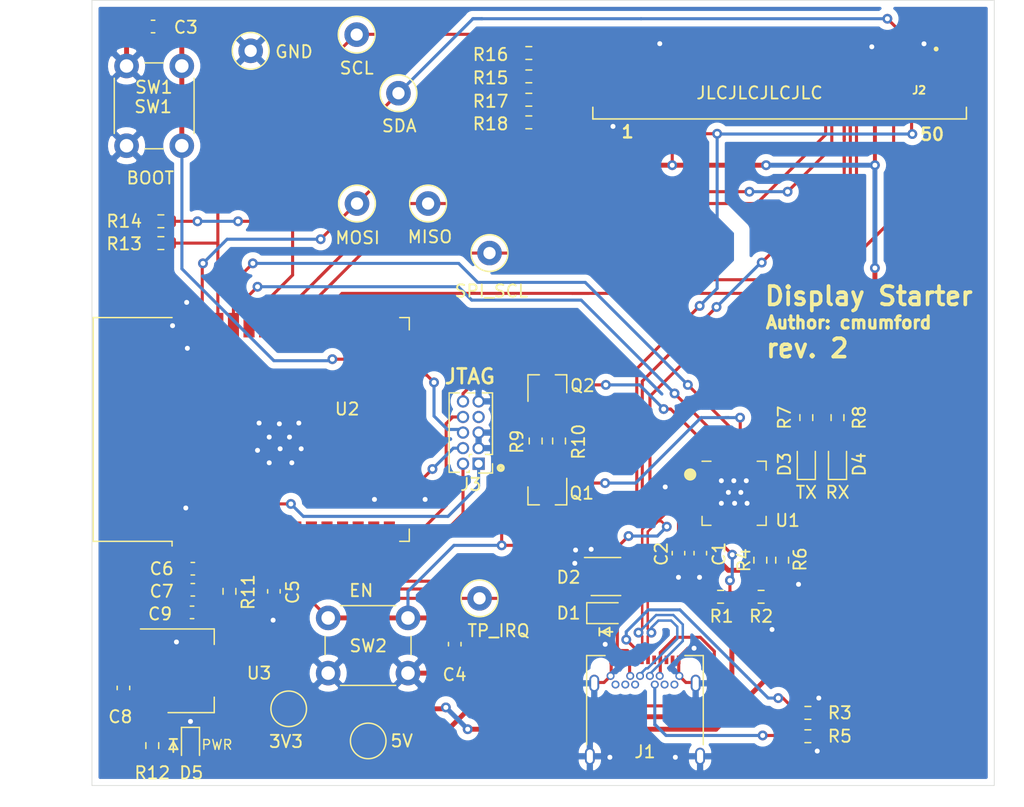
<source format=kicad_pcb>
(kicad_pcb (version 20171130) (host pcbnew "(5.1.10)-1")
  (layers (0 Front signal) (1 In1.Cu signal) (2 In2.Cu signal) (31 Back signal) (34 B.Paste user) (35 F.Paste user) (36 B.SilkS user) (37 F.SilkS user) (38 B.Mask user) (39 F.Mask user) (44 Edge.Cuts user))
  (net 0 "")
  (net 1 GND)
  (net 2 +3V3)
  (net 3 "Net-(U1-Pad13)")
  (net 4 "Net-(U1-Pad14)")
  (net 5 "Net-(U1-Pad16)")
  (net 6 "Net-(U1-Pad17)")
  (net 7 "Net-(U1-Pad20)")
  (net 8 "Net-(U1-Pad21)")
  (net 9 "Net-(U1-Pad22)")
  (net 10 "Net-(U1-Pad23)")
  (net 11 "Net-(U1-Pad27)")
  (net 12 IO0)
  (net 13 VBUS)
  (net 14 EN)
  (net 15 "Net-(D1-Pad2)")
  (net 16 D+)
  (net 17 D-)
  (net 18 "Net-(D3-Pad2)")
  (net 19 "Net-(Q1-Pad2)")
  (net 20 RTS)
  (net 21 DTR)
  (net 22 "Net-(Q2-Pad2)")
  (net 23 TXD)
  (net 24 RXD)
  (net 25 "Net-(J2-Pad46)")
  (net 26 "Net-(J2-Pad39)")
  (net 27 "Net-(J2-Pad38)")
  (net 28 "Net-(J2-Pad37)")
  (net 29 "Net-(J2-Pad12)")
  (net 30 "Net-(J2-PadS2)")
  (net 31 "Net-(J2-PadS1)")
  (net 32 "Net-(J1-PadA5)")
  (net 33 "Net-(J1-PadA2)")
  (net 34 "Net-(J1-PadA3)")
  (net 35 "Net-(J1-PadA10)")
  (net 36 "Net-(J1-PadA8)")
  (net 37 "Net-(J1-PadA11)")
  (net 38 "Net-(J1-PadB2)")
  (net 39 "Net-(J1-PadB3)")
  (net 40 "Net-(J1-PadB8)")
  (net 41 "Net-(J1-PadB10)")
  (net 42 "Net-(J1-PadB11)")
  (net 43 "Net-(J1-PadB5)")
  (net 44 "Net-(J2-Pad49)")
  (net 45 "Net-(J2-Pad48)")
  (net 46 "Net-(J2-Pad47)")
  (net 47 "Net-(J2-Pad40)")
  (net 48 "Net-(J2-Pad19)")
  (net 49 "Net-(J2-Pad16)")
  (net 50 "Net-(J2-Pad36)")
  (net 51 "Net-(J2-Pad35)")
  (net 52 "Net-(J2-Pad34)")
  (net 53 "Net-(J2-Pad33)")
  (net 54 "Net-(J2-Pad32)")
  (net 55 "Net-(J2-Pad31)")
  (net 56 "Net-(J2-Pad30)")
  (net 57 "Net-(J2-Pad29)")
  (net 58 "Net-(J2-Pad28)")
  (net 59 "Net-(J2-Pad27)")
  (net 60 "Net-(J2-Pad26)")
  (net 61 "Net-(J2-Pad25)")
  (net 62 "Net-(J2-Pad24)")
  (net 63 "Net-(J2-Pad23)")
  (net 64 "Net-(J2-Pad22)")
  (net 65 "Net-(J2-Pad21)")
  (net 66 "Net-(J2-Pad20)")
  (net 67 "Net-(D3-Pad1)")
  (net 68 "Net-(D4-Pad2)")
  (net 69 "Net-(D4-Pad1)")
  (net 70 "Net-(D5-Pad2)")
  (net 71 "Net-(R1-Pad2)")
  (net 72 "Net-(R4-Pad2)")
  (net 73 "Net-(R6-Pad1)")
  (net 74 "Net-(U1-Pad1)")
  (net 75 "Net-(U1-Pad2)")
  (net 76 "Net-(U1-Pad10)")
  (net 77 "Net-(U1-Pad12)")
  (net 78 "Net-(U1-Pad15)")
  (net 79 "Net-(U2-Pad4)")
  (net 80 "Net-(U2-Pad5)")
  (net 81 "Net-(U2-Pad6)")
  (net 82 "Net-(U2-Pad7)")
  (net 83 "Net-(U2-Pad8)")
  (net 84 "Net-(U2-Pad9)")
  (net 85 "Net-(U2-Pad17)")
  (net 86 "Net-(U2-Pad18)")
  (net 87 "Net-(U2-Pad19)")
  (net 88 "Net-(U2-Pad20)")
  (net 89 "Net-(U2-Pad21)")
  (net 90 "Net-(U2-Pad22)")
  (net 91 "Net-(U2-Pad24)")
  (net 92 "Net-(U2-Pad26)")
  (net 93 "Net-(U2-Pad27)")
  (net 94 "Net-(U2-Pad28)")
  (net 95 "Net-(U2-Pad32)")
  (net 96 RESET)
  (net 97 MISO)
  (net 98 MOSI)
  (net 99 DC)
  (net 100 RS_SCL)
  (net 101 CS)
  (net 102 CTP_SCL)
  (net 103 CTP_SDA)
  (net 104 CTP_IRQ)
  (net 105 JTAG_TMS)
  (net 106 JTAG_TCK)
  (net 107 JTAG_TDO)
  (net 108 "Net-(J3-Pad7)")
  (net 109 JTAG_TDI)
  (module TestPoint:TestPoint_Pad_D2.5mm (layer Front) (at 144.526 135.7503)
    (fp_text reference TP3)
    (fp_text value 3V3 (at -0.2159 2.667) (layer F.SilkS))
    (pad 1 smd circle (at 0 0) (size 2.5 2.5) (layers Front F.Mask) (net 2 +3V3))
  )
  (module RF_Module:ESP32-WROOM-32 (layer Front) (at 144.469001 112.978999 90)
    (fp_text reference U2 (at 1.663499 4.819499) (layer F.SilkS))
    (fp_text value "1965-ESP32-WROOM-32E(8MB)CT-ND")
    (pad 39 smd rect (at -1 -0.755 90) (size 5 5) (layers Front F.Paste F.Mask) (net 1 GND))
    (pad 1 smd rect (at -8.5 -8.255 90) (size 2 0.9) (layers Front F.Paste F.Mask) (net 1 GND))
    (pad 2 smd rect (at -8.5 -6.985 90) (size 2 0.9) (layers Front F.Paste F.Mask) (net 2 +3V3))
    (pad 3 smd rect (at -8.5 -5.715 90) (size 2 0.9) (layers Front F.Paste F.Mask) (net 14 EN))
    (pad 4 smd rect (at -8.5 -4.445 90) (size 2 0.9) (layers Front F.Paste F.Mask) (net 79 "Net-(U2-Pad4)"))
    (pad 5 smd rect (at -8.5 -3.175 90) (size 2 0.9) (layers Front F.Paste F.Mask) (net 80 "Net-(U2-Pad5)"))
    (pad 6 smd rect (at -8.5 -1.905 90) (size 2 0.9) (layers Front F.Paste F.Mask) (net 81 "Net-(U2-Pad6)"))
    (pad 7 smd rect (at -8.5 -0.635 90) (size 2 0.9) (layers Front F.Paste F.Mask) (net 82 "Net-(U2-Pad7)"))
    (pad 8 smd rect (at -8.5 0.635 90) (size 2 0.9) (layers Front F.Paste F.Mask) (net 83 "Net-(U2-Pad8)"))
    (pad 9 smd rect (at -8.5 1.905 90) (size 2 0.9) (layers Front F.Paste F.Mask) (net 84 "Net-(U2-Pad9)"))
    (pad 10 smd rect (at -8.5 3.175 90) (size 2 0.9) (layers Front F.Paste F.Mask) (net 104 CTP_IRQ))
    (pad 11 smd rect (at -8.5 4.445 90) (size 2 0.9) (layers Front F.Paste F.Mask) (net 99 DC))
    (pad 12 smd rect (at -8.5 5.715 90) (size 2 0.9) (layers Front F.Paste F.Mask) (net 96 RESET))
    (pad 13 smd rect (at -8.5 6.985 90) (size 2 0.9) (layers Front F.Paste F.Mask) (net 105 JTAG_TMS))
    (pad 14 smd rect (at -8.5 8.255 90) (size 2 0.9) (layers Front F.Paste F.Mask) (net 109 JTAG_TDI))
    (pad 15 smd rect (at -5.715 9.255 180) (size 2 0.9) (layers Front F.Paste F.Mask) (net 1 GND))
    (pad 16 smd rect (at -4.445 9.255 180) (size 2 0.9) (layers Front F.Paste F.Mask) (net 106 JTAG_TCK))
    (pad 17 smd rect (at -3.175 9.255 180) (size 2 0.9) (layers Front F.Paste F.Mask) (net 85 "Net-(U2-Pad17)"))
    (pad 18 smd rect (at -1.905 9.255 180) (size 2 0.9) (layers Front F.Paste F.Mask) (net 86 "Net-(U2-Pad18)"))
    (pad 19 smd rect (at -0.635 9.255 180) (size 2 0.9) (layers Front F.Paste F.Mask) (net 87 "Net-(U2-Pad19)"))
    (pad 20 smd rect (at 0.635 9.255 180) (size 2 0.9) (layers Front F.Paste F.Mask) (net 88 "Net-(U2-Pad20)"))
    (pad 21 smd rect (at 1.905 9.255 180) (size 2 0.9) (layers Front F.Paste F.Mask) (net 89 "Net-(U2-Pad21)"))
    (pad 22 smd rect (at 3.175 9.255 180) (size 2 0.9) (layers Front F.Paste F.Mask) (net 90 "Net-(U2-Pad22)"))
    (pad 23 smd rect (at 4.445 9.255 180) (size 2 0.9) (layers Front F.Paste F.Mask) (net 107 JTAG_TDO))
    (pad 24 smd rect (at 5.715 9.255 180) (size 2 0.9) (layers Front F.Paste F.Mask) (net 91 "Net-(U2-Pad24)"))
    (pad 25 smd rect (at 8.5 8.255 90) (size 2 0.9) (layers Front F.Paste F.Mask) (net 12 IO0))
    (pad 26 smd rect (at 8.5 6.985 90) (size 2 0.9) (layers Front F.Paste F.Mask) (net 92 "Net-(U2-Pad26)"))
    (pad 27 smd rect (at 8.5 5.715 90) (size 2 0.9) (layers Front F.Paste F.Mask) (net 93 "Net-(U2-Pad27)"))
    (pad 28 smd rect (at 8.5 4.445 90) (size 2 0.9) (layers Front F.Paste F.Mask) (net 94 "Net-(U2-Pad28)"))
    (pad 29 smd rect (at 8.5 3.175 90) (size 2 0.9) (layers Front F.Paste F.Mask) (net 101 CS))
    (pad 30 smd rect (at 8.5 1.905 90) (size 2 0.9) (layers Front F.Paste F.Mask) (net 100 RS_SCL))
    (pad 31 smd rect (at 8.5 0.635 90) (size 2 0.9) (layers Front F.Paste F.Mask) (net 97 MISO))
    (pad 32 smd rect (at 8.5 -0.635 90) (size 2 0.9) (layers Front F.Paste F.Mask) (net 95 "Net-(U2-Pad32)"))
    (pad 33 smd rect (at 8.5 -1.905 90) (size 2 0.9) (layers Front F.Paste F.Mask) (net 103 CTP_SDA))
    (pad 34 smd rect (at 8.5 -3.175 90) (size 2 0.9) (layers Front F.Paste F.Mask) (net 24 RXD))
    (pad 35 smd rect (at 8.5 -4.445 90) (size 2 0.9) (layers Front F.Paste F.Mask) (net 23 TXD))
    (pad 36 smd rect (at 8.5 -5.715 90) (size 2 0.9) (layers Front F.Paste F.Mask) (net 102 CTP_SCL))
    (pad 37 smd rect (at 8.5 -6.985 90) (size 2 0.9) (layers Front F.Paste F.Mask) (net 98 MOSI))
    (pad 38 smd rect (at 8.5 -8.255 90) (size 2 0.9) (layers Front F.Paste F.Mask) (net 1 GND))
  )
  (module 62684-50110:62684-50110 (layer Front) (at 185.1152 85.4202 270)
    (fp_text reference J2 (at -0.095 -10.762) (layer F.SilkS) (effects (font (size 0.64 0.64))))
    (fp_text value 62684-50110)
    (pad 50 smd rect (at -2 12.85 180) (size 0.3 1.1) (layers Front F.Paste F.Mask) (net 1 GND))
    (pad 49 smd rect (at -2 12.35 180) (size 0.3 1.1) (layers Front F.Paste F.Mask) (net 44 "Net-(J2-Pad49)"))
    (pad 48 smd rect (at -2 11.85 180) (size 0.3 1.1) (layers Front F.Paste F.Mask) (net 45 "Net-(J2-Pad48)"))
    (pad 47 smd rect (at -2 11.35 180) (size 0.3 1.1) (layers Front F.Paste F.Mask) (net 46 "Net-(J2-Pad47)"))
    (pad 46 smd rect (at -2 10.85 180) (size 0.3 1.1) (layers Front F.Paste F.Mask) (net 25 "Net-(J2-Pad46)"))
    (pad 45 smd rect (at -2 10.35 180) (size 0.3 1.1) (layers Front F.Paste F.Mask) (net 1 GND))
    (pad 44 smd rect (at -2 9.85 180) (size 0.3 1.1) (layers Front F.Paste F.Mask) (net 2 +3V3))
    (pad 43 smd rect (at -2 9.35 180) (size 0.3 1.1) (layers Front F.Paste F.Mask) (net 2 +3V3))
    (pad 42 smd rect (at -2 8.85 180) (size 0.3 1.1) (layers Front F.Paste F.Mask) (net 2 +3V3))
    (pad 41 smd rect (at -2 8.35 180) (size 0.3 1.1) (layers Front F.Paste F.Mask) (net 96 RESET))
    (pad 40 smd rect (at -2 7.85 180) (size 0.3 1.1) (layers Front F.Paste F.Mask) (net 47 "Net-(J2-Pad40)"))
    (pad 39 smd rect (at -2 7.35 180) (size 0.3 1.1) (layers Front F.Paste F.Mask) (net 26 "Net-(J2-Pad39)"))
    (pad 38 smd rect (at -2 6.85 180) (size 0.3 1.1) (layers Front F.Paste F.Mask) (net 27 "Net-(J2-Pad38)"))
    (pad 37 smd rect (at -2 6.35 180) (size 0.3 1.1) (layers Front F.Paste F.Mask) (net 28 "Net-(J2-Pad37)"))
    (pad 36 smd rect (at -2 5.85 180) (size 0.3 1.1) (layers Front F.Paste F.Mask) (net 50 "Net-(J2-Pad36)"))
    (pad 35 smd rect (at -2 5.35 180) (size 0.3 1.1) (layers Front F.Paste F.Mask) (net 51 "Net-(J2-Pad35)"))
    (pad 34 smd rect (at -2 4.85 180) (size 0.3 1.1) (layers Front F.Paste F.Mask) (net 52 "Net-(J2-Pad34)"))
    (pad 33 smd rect (at -2 4.35 180) (size 0.3 1.1) (layers Front F.Paste F.Mask) (net 53 "Net-(J2-Pad33)"))
    (pad 32 smd rect (at -2 3.85 180) (size 0.3 1.1) (layers Front F.Paste F.Mask) (net 54 "Net-(J2-Pad32)"))
    (pad 31 smd rect (at -2 3.35 180) (size 0.3 1.1) (layers Front F.Paste F.Mask) (net 55 "Net-(J2-Pad31)"))
    (pad 30 smd rect (at -2 2.85 180) (size 0.3 1.1) (layers Front F.Paste F.Mask) (net 56 "Net-(J2-Pad30)"))
    (pad 29 smd rect (at -2 2.35 180) (size 0.3 1.1) (layers Front F.Paste F.Mask) (net 57 "Net-(J2-Pad29)"))
    (pad 28 smd rect (at -2 1.85 180) (size 0.3 1.1) (layers Front F.Paste F.Mask) (net 58 "Net-(J2-Pad28)"))
    (pad 27 smd rect (at -2 1.35 180) (size 0.3 1.1) (layers Front F.Paste F.Mask) (net 59 "Net-(J2-Pad27)"))
    (pad 26 smd rect (at -2 0.85 180) (size 0.3 1.1) (layers Front F.Paste F.Mask) (net 60 "Net-(J2-Pad26)"))
    (pad 25 smd rect (at -2 0.35 180) (size 0.3 1.1) (layers Front F.Paste F.Mask) (net 61 "Net-(J2-Pad25)"))
    (pad 24 smd rect (at -2 -0.15 180) (size 0.3 1.1) (layers Front F.Paste F.Mask) (net 62 "Net-(J2-Pad24)"))
    (pad 23 smd rect (at -2 -0.65 180) (size 0.3 1.1) (layers Front F.Paste F.Mask) (net 63 "Net-(J2-Pad23)"))
    (pad 22 smd rect (at -2 -1.15 180) (size 0.3 1.1) (layers Front F.Paste F.Mask) (net 64 "Net-(J2-Pad22)"))
    (pad 21 smd rect (at -2 -1.65 180) (size 0.3 1.1) (layers Front F.Paste F.Mask) (net 65 "Net-(J2-Pad21)"))
    (pad 20 smd rect (at -2 -2.15 180) (size 0.3 1.1) (layers Front F.Paste F.Mask) (net 66 "Net-(J2-Pad20)"))
    (pad 19 smd rect (at -2 -2.65 180) (size 0.3 1.1) (layers Front F.Paste F.Mask) (net 48 "Net-(J2-Pad19)"))
    (pad 18 smd rect (at -2 -3.15 180) (size 0.3 1.1) (layers Front F.Paste F.Mask) (net 97 MISO))
    (pad 17 smd rect (at -2 -3.65 180) (size 0.3 1.1) (layers Front F.Paste F.Mask) (net 98 MOSI))
    (pad 16 smd rect (at -2 -4.15 180) (size 0.3 1.1) (layers Front F.Paste F.Mask) (net 49 "Net-(J2-Pad16)"))
    (pad 15 smd rect (at -2 -4.65 180) (size 0.3 1.1) (layers Front F.Paste F.Mask) (net 99 DC))
    (pad 14 smd rect (at -2 -5.15 180) (size 0.3 1.1) (layers Front F.Paste F.Mask) (net 100 RS_SCL))
    (pad 13 smd rect (at -2 -5.65 180) (size 0.3 1.1) (layers Front F.Paste F.Mask) (net 101 CS))
    (pad 12 smd rect (at -2 -6.15 180) (size 0.3 1.1) (layers Front F.Paste F.Mask) (net 29 "Net-(J2-Pad12)"))
    (pad 11 smd rect (at -2 -6.65 180) (size 0.3 1.1) (layers Front F.Paste F.Mask) (net 2 +3V3))
    (pad 10 smd rect (at -2 -7.15 180) (size 0.3 1.1) (layers Front F.Paste F.Mask) (net 2 +3V3))
    (pad 9 smd rect (at -2 -7.65 180) (size 0.3 1.1) (layers Front F.Paste F.Mask) (net 2 +3V3))
    (pad 8 smd rect (at -2 -8.15 180) (size 0.3 1.1) (layers Front F.Paste F.Mask) (net 1 GND))
    (pad 7 smd rect (at -2 -8.65 180) (size 0.3 1.1) (layers Front F.Paste F.Mask) (net 102 CTP_SCL))
    (pad S2 smd rect (at -0.6 14.52) (size 2.3 3.1) (layers Front F.Paste F.Mask) (net 30 "Net-(J2-PadS2)"))
    (pad S1 smd rect (at -0.6 -13.32) (size 2.3 3.1) (layers Front F.Paste F.Mask) (net 31 "Net-(J2-PadS1)"))
    (pad 6 smd rect (at -2 -9.15 180) (size 0.3 1.1) (layers Front F.Paste F.Mask) (net 103 CTP_SDA))
    (pad 5 smd rect (at -2 -9.65 180) (size 0.3 1.1) (layers Front F.Paste F.Mask) (net 104 CTP_IRQ))
    (pad 4 smd rect (at -2 -10.15 180) (size 0.3 1.1) (layers Front F.Paste F.Mask) (net 96 RESET))
    (pad 3 smd rect (at -2 -10.65 180) (size 0.3 1.1) (layers Front F.Paste F.Mask) (net 1 GND))
    (pad 2 smd rect (at -2 -11.15 180) (size 0.3 1.1) (layers Front F.Paste F.Mask) (net 1 GND))
    (pad 1 smd rect (at -2 -11.65 180) (size 0.3 1.1) (layers Front F.Paste F.Mask) (net 1 GND))
  )
  (module Capacitor_SMD:C_0603_1608Metric (layer Front) (at 136.7155 124.333 180)
    (fp_text reference C6 (at 2.54 0) (layer F.SilkS))
    (fp_text value 22μF)
    (pad 2 smd roundrect (at 0.775 0 180) (size 0.9 0.95) (layers Front F.Paste F.Mask) (net 1 GND))
    (pad 1 smd roundrect (at -0.775 0 180) (size 0.9 0.95) (layers Front F.Paste F.Mask) (net 2 +3V3))
  )
  (module Capacitor_SMD:C_0603_1608Metric (layer Front) (at 136.7155 126.0475 180)
    (fp_text reference C7 (at 2.54 -0.127) (layer F.SilkS))
    (fp_text value 0.1μF/50V)
    (pad 1 smd roundrect (at -0.775 0 180) (size 0.9 0.95) (layers Front F.Paste F.Mask) (net 2 +3V3))
    (pad 2 smd roundrect (at 0.775 0 180) (size 0.9 0.95) (layers Front F.Paste F.Mask) (net 1 GND))
  )
  (module Capacitor_SMD:C_0603_1608Metric (layer Front) (at 133.477 80.137)
    (fp_text reference C3 (at 2.667 0.0635) (layer F.SilkS))
    (fp_text value 0.1μF/50V)
    (pad 1 smd roundrect (at -0.775 0) (size 0.9 0.95) (layers Front F.Paste F.Mask) (net 1 GND))
    (pad 2 smd roundrect (at 0.775 0) (size 0.9 0.95) (layers Front F.Paste F.Mask) (net 12 IO0))
  )
  (module Capacitor_SMD:C_0603_1608Metric (layer Front) (at 136.652 127.889 180)
    (fp_text reference C9 (at 2.6035 -0.127) (layer F.SilkS))
    (fp_text value 22μF)
    (pad 1 smd roundrect (at -0.775 0 180) (size 0.9 0.95) (layers Front F.Paste F.Mask) (net 2 +3V3))
    (pad 2 smd roundrect (at 0.775 0 180) (size 0.9 0.95) (layers Front F.Paste F.Mask) (net 1 GND))
  )
  (module Capacitor_SMD:C_0603_1608Metric (layer Front) (at 178.054 123.063 270)
    (fp_text reference C1 (at 0.0635 -1.524 270) (layer F.SilkS))
    (fp_text value 4.7μF/6.3V)
    (pad 2 smd roundrect (at 0.775 0 270) (size 0.9 0.95) (layers Front F.Paste F.Mask) (net 1 GND))
    (pad 1 smd roundrect (at -0.775 0 270) (size 0.9 0.95) (layers Front F.Paste F.Mask) (net 2 +3V3))
  )
  (module Capacitor_SMD:C_0603_1608Metric (layer Front) (at 176.276 123.063 270)
    (fp_text reference C2 (at 0.0635 1.397 270) (layer F.SilkS))
    (fp_text value 0.1μF/50V)
    (pad 1 smd roundrect (at -0.775 0 270) (size 0.9 0.95) (layers Front F.Paste F.Mask) (net 2 +3V3))
    (pad 2 smd roundrect (at 0.775 0 270) (size 0.9 0.95) (layers Front F.Paste F.Mask) (net 1 GND))
  )
  (module Capacitor_SMD:C_0603_1608Metric (layer Front) (at 158.0515 130.4795 90)
    (fp_text reference C4 (at -2.4895 -0.0127 180) (layer F.SilkS))
    (fp_text value 0.1μF/50V)
    (pad 2 smd roundrect (at 0.775 0 90) (size 0.9 0.95) (layers Front F.Paste F.Mask) (net 14 EN))
    (pad 1 smd roundrect (at -0.775 0 90) (size 0.9 0.95) (layers Front F.Paste F.Mask) (net 1 GND))
  )
  (module Capacitor_SMD:C_0603_1608Metric (layer Front) (at 143.3195 126.1745 270)
    (fp_text reference C5 (at 0.0635 -1.524 270) (layer F.SilkS))
    (fp_text value 0.1μF/50V)
    (pad 1 smd roundrect (at -0.775 0 270) (size 0.9 0.95) (layers Front F.Paste F.Mask) (net 14 EN))
    (pad 2 smd roundrect (at 0.775 0 270) (size 0.9 0.95) (layers Front F.Paste F.Mask) (net 1 GND))
  )
  (module Capacitor_SMD:C_0603_1608Metric (layer Front) (at 131.064 134.0485 90)
    (fp_text reference C8 (at -2.3495 -0.254 180) (layer F.SilkS))
    (fp_text value 22μF)
    (pad 2 smd roundrect (at 0.775 0 90) (size 0.9 0.95) (layers Front F.Paste F.Mask) (net 1 GND))
    (pad 1 smd roundrect (at -0.775 0 90) (size 0.9 0.95) (layers Front F.Paste F.Mask) (net 13 VBUS))
  )
  (module Package_TO_SOT_SMD:SOT-143 (layer Front) (at 170.3705 124.968)
    (fp_text reference D2 (at -3.048 0.0635) (layer F.SilkS))
    (fp_text value SP0503BAHT)
    (pad 1 smd rect (at -1.1 -0.77 270) (size 1.2 1.4) (layers Front F.Paste F.Mask) (net 1 GND))
    (pad 2 smd rect (at -1.1 0.95 270) (size 1 1.4) (layers Front F.Paste F.Mask) (net 13 VBUS))
    (pad 3 smd rect (at 1.1 0.95 270) (size 1 1.4) (layers Front F.Paste F.Mask) (net 16 D+))
    (pad 4 smd rect (at 1.1 -0.95 270) (size 1 1.4) (layers Front F.Paste F.Mask) (net 17 D-))
  )
  (module Diode_SMD:D_SOD-323 (layer Front) (at 170.307 127.9525)
    (fp_text reference D1 (at -2.9845 0) (layer F.SilkS))
    (fp_text value BAT760-7)
    (pad 1 smd rect (at -1.05 0) (size 0.6 0.45) (layers Front F.Paste F.Mask) (net 13 VBUS))
    (pad 2 smd rect (at 1.05 0) (size 0.6 0.45) (layers Front F.Paste F.Mask) (net 15 "Net-(D1-Pad2)"))
  )
  (module Resistor_SMD:R_0603_1608Metric (layer Front) (at 134.112 97.79)
    (fp_text reference R13 (at -2.9845 0.0635) (layer F.SilkS))
    (fp_text value 2K2Ω)
    (pad 1 smd roundrect (at -0.825 0) (size 0.8 0.95) (layers Front F.Paste F.Mask) (net 2 +3V3))
    (pad 2 smd roundrect (at 0.825 0) (size 0.8 0.95) (layers Front F.Paste F.Mask) (net 102 CTP_SCL))
  )
  (module Resistor_SMD:R_0603_1608Metric (layer Front) (at 134.112 96.012)
    (fp_text reference R14 (at -2.9845 0) (layer F.SilkS))
    (fp_text value 2K2Ω)
    (pad 2 smd roundrect (at 0.825 0) (size 0.8 0.95) (layers Front F.Paste F.Mask) (net 103 CTP_SDA))
    (pad 1 smd roundrect (at -0.825 0) (size 0.8 0.95) (layers Front F.Paste F.Mask) (net 2 +3V3))
  )
  (module Resistor_SMD:R_0603_1608Metric (layer Front) (at 164.084 84.201 180)
    (fp_text reference R15 (at 3.1115 -0.127) (layer F.SilkS))
    (fp_text value 68Ω)
    (pad 2 smd roundrect (at 0.825 0 180) (size 0.8 0.95) (layers Front F.Paste F.Mask) (net 2 +3V3))
    (pad 1 smd roundrect (at -0.825 0 180) (size 0.8 0.95) (layers Front F.Paste F.Mask) (net 44 "Net-(J2-Pad49)"))
  )
  (module Resistor_SMD:R_0603_1608Metric (layer Front) (at 164.084 82.296 180)
    (fp_text reference R16 (at 3.1115 -0.127) (layer F.SilkS))
    (fp_text value 68Ω)
    (pad 1 smd roundrect (at -0.825 0 180) (size 0.8 0.95) (layers Front F.Paste F.Mask) (net 45 "Net-(J2-Pad48)"))
    (pad 2 smd roundrect (at 0.825 0 180) (size 0.8 0.95) (layers Front F.Paste F.Mask) (net 2 +3V3))
  )
  (module Resistor_SMD:R_0603_1608Metric (layer Front) (at 164.084 86.106 180)
    (fp_text reference R17 (at 3.1115 -0.127) (layer F.SilkS))
    (fp_text value 68Ω)
    (pad 2 smd roundrect (at 0.825 0 180) (size 0.8 0.95) (layers Front F.Paste F.Mask) (net 2 +3V3))
    (pad 1 smd roundrect (at -0.825 0 180) (size 0.8 0.95) (layers Front F.Paste F.Mask) (net 46 "Net-(J2-Pad47)"))
  )
  (module Resistor_SMD:R_0603_1608Metric (layer Front) (at 164.084 87.9475 180)
    (fp_text reference R18 (at 3.1115 -0.127) (layer F.SilkS))
    (fp_text value 68Ω)
    (pad 1 smd roundrect (at -0.825 0 180) (size 0.8 0.95) (layers Front F.Paste F.Mask) (net 25 "Net-(J2-Pad46)"))
    (pad 2 smd roundrect (at 0.825 0 180) (size 0.8 0.95) (layers Front F.Paste F.Mask) (net 2 +3V3))
  )
  (module Resistor_SMD:R_0603_1608Metric (layer Front) (at 179.705 126.619)
    (fp_text reference R1 (at 0.078095 1.5875) (layer F.SilkS))
    (fp_text value 22K1Ω)
    (pad 2 smd roundrect (at 0.825 0) (size 0.8 0.95) (layers Front F.Paste F.Mask) (net 71 "Net-(R1-Pad2)"))
    (pad 1 smd roundrect (at -0.825 0) (size 0.8 0.95) (layers Front F.Paste F.Mask) (net 13 VBUS))
  )
  (module Resistor_SMD:R_0603_1608Metric (layer Front) (at 133.4135 138.7475 270)
    (fp_text reference R12 (at 2.2225 0 180) (layer F.SilkS))
    (fp_text value 2KΩ hide)
    (pad 2 smd roundrect (at 0.825 0 270) (size 0.8 0.95) (layers Front F.Paste F.Mask) (net 70 "Net-(D5-Pad2)"))
    (pad 1 smd roundrect (at -0.825 0 270) (size 0.8 0.95) (layers Front F.Paste F.Mask) (net 13 VBUS))
  )
  (module Resistor_SMD:R_0603_1608Metric (layer Front) (at 184.7215 123.634 270)
    (fp_text reference R6 (at -0.063 -1.4605 90) (layer F.SilkS))
    (fp_text value 10KΩ)
    (pad 1 smd roundrect (at -0.825 0 270) (size 0.8 0.95) (layers Front F.Paste F.Mask) (net 73 "Net-(R6-Pad1)"))
    (pad 2 smd roundrect (at 0.825 0 270) (size 0.8 0.95) (layers Front F.Paste F.Mask) (net 1 GND))
  )
  (module Resistor_SMD:R_0603_1608Metric (layer Front) (at 183.007 126.619)
    (fp_text reference R2 (at 0 1.5875 -180) (layer F.SilkS))
    (fp_text value 47K5Ω)
    (pad 1 smd roundrect (at -0.825 0) (size 0.8 0.95) (layers Front F.Paste F.Mask) (net 71 "Net-(R1-Pad2)"))
    (pad 2 smd roundrect (at 0.825 0) (size 0.8 0.95) (layers Front F.Paste F.Mask) (net 1 GND))
  )
  (module Resistor_SMD:R_0603_1608Metric (layer Front) (at 182.9435 123.6345 90)
    (fp_text reference R4 (at 0 -1.3335 270) (layer F.SilkS))
    (fp_text value 2KΩ)
    (pad 1 smd roundrect (at -0.825 0 90) (size 0.8 0.95) (layers Front F.Paste F.Mask) (net 2 +3V3))
    (pad 2 smd roundrect (at 0.825 0 90) (size 0.8 0.95) (layers Front F.Paste F.Mask) (net 72 "Net-(R4-Pad2)"))
  )
  (module Resistor_SMD:R_0603_1608Metric (layer Front) (at 164.6428 113.919 90)
    (fp_text reference R9 (at -0.0635 -1.524 270) (layer F.SilkS))
    (fp_text value 10KΩ)
    (pad 1 smd roundrect (at -0.825 0 90) (size 0.8 0.95) (layers Front F.Paste F.Mask) (net 19 "Net-(Q1-Pad2)"))
    (pad 2 smd roundrect (at 0.825 0 90) (size 0.8 0.95) (layers Front F.Paste F.Mask) (net 21 DTR))
  )
  (module Resistor_SMD:R_0603_1608Metric (layer Front) (at 166.5478 113.919 270)
    (fp_text reference R10 (at 0.0635 -1.5875 270) (layer F.SilkS))
    (fp_text value 10KΩ)
    (pad 2 smd roundrect (at 0.825 0 270) (size 0.8 0.95) (layers Front F.Paste F.Mask) (net 20 RTS))
    (pad 1 smd roundrect (at -0.825 0 270) (size 0.8 0.95) (layers Front F.Paste F.Mask) (net 22 "Net-(Q2-Pad2)"))
  )
  (module Resistor_SMD:R_0603_1608Metric (layer Front) (at 139.7 126.1745 90)
    (fp_text reference R11 (at -0.0635 1.524 270) (layer F.SilkS))
    (fp_text value 10KΩ)
    (pad 1 smd roundrect (at -0.825 0 90) (size 0.8 0.95) (layers Front F.Paste F.Mask) (net 2 +3V3))
    (pad 2 smd roundrect (at 0.825 0 90) (size 0.8 0.95) (layers Front F.Paste F.Mask) (net 14 EN))
  )
  (module Resistor_SMD:R_0603_1608Metric (layer Front) (at 186.817 136.0805)
    (fp_text reference R3 (at 2.6035 0) (layer F.SilkS))
    (fp_text value 5K1Ω)
    (pad 1 smd roundrect (at -0.825 0) (size 0.8 0.95) (layers Front F.Paste F.Mask) (net 32 "Net-(J1-PadA5)"))
    (pad 2 smd roundrect (at 0.825 0) (size 0.8 0.95) (layers Front F.Paste F.Mask) (net 1 GND))
  )
  (module Resistor_SMD:R_0603_1608Metric (layer Front) (at 186.817 137.9855)
    (fp_text reference R5 (at 2.6035 0) (layer F.SilkS))
    (fp_text value 5K1Ω)
    (pad 2 smd roundrect (at 0.825 0) (size 0.8 0.95) (layers Front F.Paste F.Mask) (net 1 GND))
    (pad 1 smd roundrect (at -0.825 0) (size 0.8 0.95) (layers Front F.Paste F.Mask) (net 43 "Net-(J1-PadB5)"))
  )
  (module Package_DFN_QFN:QFN-28-1EP_5x5mm_P0.5mm_EP3.35x3.35mm (layer Front) (at 180.807001 118.182001)
    (fp_text reference U1 (at 4.358999 2.213999) (layer F.SilkS))
    (fp_text value CP2102N-A01-GQFN28)
    (pad 1 smd roundrect (at -2.45 -1.5) (size 0.8 0.25) (layers Front F.Paste F.Mask) (net 74 "Net-(U1-Pad1)"))
    (pad 2 smd roundrect (at -2.45 -1) (size 0.8 0.25) (layers Front F.Paste F.Mask) (net 75 "Net-(U1-Pad2)"))
    (pad 3 smd roundrect (at -2.45 -0.5) (size 0.8 0.25) (layers Front F.Paste F.Mask) (net 1 GND))
    (pad 4 smd roundrect (at -2.45 0) (size 0.8 0.25) (layers Front F.Paste F.Mask) (net 16 D+))
    (pad 5 smd roundrect (at -2.45 0.5) (size 0.8 0.25) (layers Front F.Paste F.Mask) (net 17 D-))
    (pad 6 smd roundrect (at -2.45 1) (size 0.8 0.25) (layers Front F.Paste F.Mask) (net 2 +3V3))
    (pad 7 smd roundrect (at -2.45 1.5) (size 0.8 0.25) (layers Front F.Paste F.Mask) (net 2 +3V3))
    (pad 8 smd roundrect (at -1.5 2.45) (size 0.25 0.8) (layers Front F.Paste F.Mask) (net 71 "Net-(R1-Pad2)"))
    (pad 9 smd roundrect (at -1 2.45) (size 0.25 0.8) (layers Front F.Paste F.Mask) (net 72 "Net-(R4-Pad2)"))
    (pad 10 smd roundrect (at -0.5 2.45) (size 0.25 0.8) (layers Front F.Paste F.Mask) (net 76 "Net-(U1-Pad10)"))
    (pad 11 smd roundrect (at 0 2.45) (size 0.25 0.8) (layers Front F.Paste F.Mask) (net 73 "Net-(R6-Pad1)"))
    (pad 12 smd roundrect (at 0.5 2.45) (size 0.25 0.8) (layers Front F.Paste F.Mask) (net 77 "Net-(U1-Pad12)"))
    (pad 13 smd roundrect (at 1 2.45) (size 0.25 0.8) (layers Front F.Paste F.Mask) (net 3 "Net-(U1-Pad13)"))
    (pad 14 smd roundrect (at 1.5 2.45) (size 0.25 0.8) (layers Front F.Paste F.Mask) (net 4 "Net-(U1-Pad14)"))
    (pad 15 smd roundrect (at 2.45 1.5) (size 0.8 0.25) (layers Front F.Paste F.Mask) (net 78 "Net-(U1-Pad15)"))
    (pad 16 smd roundrect (at 2.45 1) (size 0.8 0.25) (layers Front F.Paste F.Mask) (net 5 "Net-(U1-Pad16)"))
    (pad 17 smd roundrect (at 2.45 0.5) (size 0.8 0.25) (layers Front F.Paste F.Mask) (net 6 "Net-(U1-Pad17)"))
    (pad 18 smd roundrect (at 2.45 0) (size 0.8 0.25) (layers Front F.Paste F.Mask) (net 69 "Net-(D4-Pad1)"))
    (pad 19 smd roundrect (at 2.45 -0.5) (size 0.8 0.25) (layers Front F.Paste F.Mask) (net 67 "Net-(D3-Pad1)"))
    (pad 20 smd roundrect (at 2.45 -1) (size 0.8 0.25) (layers Front F.Paste F.Mask) (net 7 "Net-(U1-Pad20)"))
    (pad 21 smd roundrect (at 2.45 -1.5) (size 0.8 0.25) (layers Front F.Paste F.Mask) (net 8 "Net-(U1-Pad21)"))
    (pad 22 smd roundrect (at 1.5 -2.45) (size 0.25 0.8) (layers Front F.Paste F.Mask) (net 9 "Net-(U1-Pad22)"))
    (pad 23 smd roundrect (at 1 -2.45) (size 0.25 0.8) (layers Front F.Paste F.Mask) (net 10 "Net-(U1-Pad23)"))
    (pad 24 smd roundrect (at 0.5 -2.45) (size 0.25 0.8) (layers Front F.Paste F.Mask) (net 20 RTS))
    (pad 25 smd roundrect (at 0 -2.45) (size 0.25 0.8) (layers Front F.Paste F.Mask) (net 23 TXD))
    (pad 26 smd roundrect (at -0.5 -2.45) (size 0.25 0.8) (layers Front F.Paste F.Mask) (net 24 RXD))
    (pad 27 smd roundrect (at -1 -2.45) (size 0.25 0.8) (layers Front F.Paste F.Mask) (net 11 "Net-(U1-Pad27)"))
    (pad 28 smd roundrect (at -1.5 -2.45) (size 0.25 0.8) (layers Front F.Paste F.Mask) (net 21 DTR))
    (pad 29 smd rect (at 0 0) (size 3.35 3.35) (layers Front F.Mask) (net 1 GND))
  )
  (module Package_TO_SOT_SMD:SOT-223-3_TabPin2 (layer Front) (at 136.55 132.6515)
    (fp_text reference U3 (at 5.563 0.1905) (layer F.SilkS))
    (fp_text value AMS1117-3.3)
    (pad 2 smd rect (at 3.15 0) (size 2 3.8) (layers Front F.Paste F.Mask) (net 2 +3V3))
    (pad 2 smd rect (at -3.15 0) (size 2 1.5) (layers Front F.Paste F.Mask) (net 2 +3V3))
    (pad 3 smd rect (at -3.15 2.3) (size 2 1.5) (layers Front F.Paste F.Mask) (net 13 VBUS))
    (pad 1 smd rect (at -3.15 -2.3) (size 2 1.5) (layers Front F.Paste F.Mask) (net 1 GND))
  )
  (module LED_SMD:LED_0603_1608Metric (layer Front) (at 136.525 138.7475 270)
    (fp_text reference D5 (at 2.2225 -0.0635 180) (layer F.SilkS))
    (fp_text value PWR (at -0.0635 -2.159) (layer F.SilkS) (effects (font (size 0.8 0.8) (thickness 0.11))))
    (pad 1 smd roundrect (at -0.7875 0 270) (size 0.875 0.95) (layers Front F.Paste F.Mask) (net 1 GND))
    (pad 2 smd roundrect (at 0.7875 0 270) (size 0.875 0.95) (layers Front F.Paste F.Mask) (net 70 "Net-(D5-Pad2)"))
  )
  (module Connector_USB:USB_C_Receptacle_Amphenol_12401548E4-2A (layer Front) (at 173.5455 136.779)
    (fp_text reference J1 (at 0 2.4765) (layer F.SilkS))
    (fp_text value USB_C_Receptacle)
    (pad S1 thru_hole oval (at -4.13 -3.11) (size 0.8 1.4) (drill oval 0.5 1.1) (layers *.Cu *.Mask) (net 1 GND))
    (pad A1 smd rect (at -2.75 -5.02) (size 0.3 0.7) (layers Front F.Paste F.Mask) (net 1 GND))
    (pad A2 smd rect (at -2.25 -5.02) (size 0.3 0.7) (layers Front F.Paste F.Mask) (net 33 "Net-(J1-PadA2)"))
    (pad A3 smd rect (at -1.75 -5.02) (size 0.3 0.7) (layers Front F.Paste F.Mask) (net 34 "Net-(J1-PadA3)"))
    (pad A4 smd rect (at -1.25 -5.02) (size 0.3 0.7) (layers Front F.Paste F.Mask) (net 15 "Net-(D1-Pad2)"))
    (pad A5 smd rect (at -0.75 -5.02) (size 0.3 0.7) (layers Front F.Paste F.Mask) (net 32 "Net-(J1-PadA5)"))
    (pad A6 smd rect (at -0.25 -5.02) (size 0.3 0.7) (layers Front F.Paste F.Mask) (net 16 D+))
    (pad A7 smd rect (at 0.25 -5.02) (size 0.3 0.7) (layers Front F.Paste F.Mask) (net 17 D-))
    (pad A12 smd rect (at 2.75 -5.02) (size 0.3 0.7) (layers Front F.Paste F.Mask) (net 1 GND))
    (pad A10 smd rect (at 1.75 -5.02) (size 0.3 0.7) (layers Front F.Paste F.Mask) (net 35 "Net-(J1-PadA10)"))
    (pad A9 smd rect (at 1.25 -5.02) (size 0.3 0.7) (layers Front F.Paste F.Mask) (net 15 "Net-(D1-Pad2)"))
    (pad A8 smd rect (at 0.75 -5.02) (size 0.3 0.7) (layers Front F.Paste F.Mask) (net 36 "Net-(J1-PadA8)"))
    (pad A11 smd rect (at 2.25 -5.02) (size 0.3 0.7) (layers Front F.Paste F.Mask) (net 37 "Net-(J1-PadA11)"))
    (pad S1 thru_hole oval (at 4.13 -3.11) (size 0.8 1.4) (drill oval 0.5 1.1) (layers *.Cu *.Mask) (net 1 GND))
    (pad S1 thru_hole oval (at 4.49 2.84) (size 0.8 1.4) (drill oval 0.5 1.1) (layers *.Cu *.Mask) (net 1 GND))
    (pad S1 thru_hole oval (at -4.49 2.84) (size 0.8 1.4) (drill oval 0.5 1.1) (layers *.Cu *.Mask) (net 1 GND))
    (pad "" np_thru_hole oval (at 3.6 -4.36) (size 0.95 0.65) (drill oval 0.95 0.65) (layers *.Cu *.Mask))
    (pad "" np_thru_hole circle (at -3.6 -4.36) (size 0.65 0.65) (drill 0.65) (layers *.Cu *.Mask))
    (pad B1 thru_hole circle (at 2.8 -3.71) (size 0.65 0.65) (drill 0.4) (layers *.Cu *.Mask) (net 1 GND))
    (pad B4 thru_hole circle (at 1.2 -3.71) (size 0.65 0.65) (drill 0.4) (layers *.Cu *.Mask) (net 15 "Net-(D1-Pad2)"))
    (pad B6 thru_hole circle (at 0.4 -3.71) (size 0.65 0.65) (drill 0.4) (layers *.Cu *.Mask) (net 16 D+))
    (pad B7 thru_hole circle (at -0.4 -3.71) (size 0.65 0.65) (drill 0.4) (layers *.Cu *.Mask) (net 17 D-))
    (pad B9 thru_hole circle (at -1.2 -3.71) (size 0.65 0.65) (drill 0.4) (layers *.Cu *.Mask) (net 15 "Net-(D1-Pad2)"))
    (pad B12 thru_hole circle (at -2.8 -3.71) (size 0.65 0.65) (drill 0.4) (layers *.Cu *.Mask) (net 1 GND))
    (pad B2 thru_hole circle (at 2.4 -3.01) (size 0.65 0.65) (drill 0.4) (layers *.Cu *.Mask) (net 38 "Net-(J1-PadB2)"))
    (pad B3 thru_hole circle (at 1.6 -3.01) (size 0.65 0.65) (drill 0.4) (layers *.Cu *.Mask) (net 39 "Net-(J1-PadB3)"))
    (pad B5 thru_hole circle (at 0.8 -3.01) (size 0.65 0.65) (drill 0.4) (layers *.Cu *.Mask) (net 43 "Net-(J1-PadB5)"))
    (pad B8 thru_hole circle (at -0.8 -3.01) (size 0.65 0.65) (drill 0.4) (layers *.Cu *.Mask) (net 40 "Net-(J1-PadB8)"))
    (pad B10 thru_hole circle (at -1.6 -3.01) (size 0.65 0.65) (drill 0.4) (layers *.Cu *.Mask) (net 41 "Net-(J1-PadB10)"))
    (pad B11 thru_hole circle (at -2.4 -3.01) (size 0.65 0.65) (drill 0.4) (layers *.Cu *.Mask) (net 42 "Net-(J1-PadB11)"))
  )
  (module Package_TO_SOT_SMD:SOT-23 (layer Front) (at 165.5953 109.2835 90)
    (fp_text reference Q2 (at -0.127 2.8575 180) (layer F.SilkS))
    (fp_text value SS8050-G)
    (pad 3 smd rect (at 1 0 90) (size 0.9 0.8) (layers Front F.Paste F.Mask) (net 12 IO0))
    (pad 2 smd rect (at -1 0.95 90) (size 0.9 0.8) (layers Front F.Paste F.Mask) (net 22 "Net-(Q2-Pad2)"))
    (pad 1 smd rect (at -1 -0.95 90) (size 0.9 0.8) (layers Front F.Paste F.Mask) (net 21 DTR))
  )
  (module Package_TO_SOT_SMD:SOT-23 (layer Front) (at 165.5953 118.364 270)
    (fp_text reference Q1 (at -0.1905 -2.794 180) (layer F.SilkS))
    (fp_text value SS8050-G)
    (pad 1 smd rect (at -1 -0.95 270) (size 0.9 0.8) (layers Front F.Paste F.Mask) (net 20 RTS))
    (pad 2 smd rect (at -1 0.95 270) (size 0.9 0.8) (layers Front F.Paste F.Mask) (net 19 "Net-(Q1-Pad2)"))
    (pad 3 smd rect (at 1 0 270) (size 0.9 0.8) (layers Front F.Paste F.Mask) (net 14 EN))
  )
  (module Button_Switch_THT:SW_PUSH_6mm_H5mm (layer Front) (at 131.318 89.8525 90)
    (fp_text reference SW1 (at 3.175 2.159 180) (layer F.SilkS))
    (fp_text value BOOT (at -2.6289 1.9304 180) (layer F.SilkS))
    (fp_text user %R (at 4.7625 2.2225 180) (layer F.SilkS))
    (pad 1 thru_hole circle (at 6.5 0 180) (size 2 2) (drill 1.1) (layers *.Cu *.Mask) (net 1 GND))
    (pad 2 thru_hole circle (at 6.5 4.5 180) (size 2 2) (drill 1.1) (layers *.Cu *.Mask) (net 12 IO0))
    (pad 1 thru_hole circle (at 0 0 180) (size 2 2) (drill 1.1) (layers *.Cu *.Mask) (net 1 GND))
    (pad 2 thru_hole circle (at 0 4.5 180) (size 2 2) (drill 1.1) (layers *.Cu *.Mask) (net 12 IO0))
  )
  (module Button_Switch_THT:SW_PUSH_6mm_H5mm (layer Front) (at 154.2415 132.842 180)
    (fp_text reference SW2 (at 3.2385 2.2225) (layer F.SilkS))
    (fp_text value EN (at 3.81 6.731) (layer F.SilkS))
    (pad 2 thru_hole circle (at 0 4.5 270) (size 2 2) (drill 1.1) (layers *.Cu *.Mask) (net 14 EN))
    (pad 1 thru_hole circle (at 0 0 270) (size 2 2) (drill 1.1) (layers *.Cu *.Mask) (net 1 GND))
    (pad 2 thru_hole circle (at 6.5 4.5 270) (size 2 2) (drill 1.1) (layers *.Cu *.Mask) (net 14 EN))
    (pad 1 thru_hole circle (at 6.5 0 270) (size 2 2) (drill 1.1) (layers *.Cu *.Mask) (net 1 GND))
  )
  (module TestPoint:TestPoint_Pad_D2.5mm (layer Front) (at 151.003 138.3665)
    (fp_text reference TP1)
    (fp_text value 5V (at 2.7305 0) (layer F.SilkS))
    (pad 1 smd circle (at 0 0) (size 2.5 2.5) (layers Front F.Mask) (net 13 VBUS))
  )
  (module TestPoint:TestPoint_Loop_D2.50mm_Drill1.0mm (layer Front) (at 141.4272 82.1182)
    (fp_text reference TP2 hide)
    (fp_text value GND (at 3.5306 0.0762) (layer F.SilkS))
    (pad 1 thru_hole circle (at 0 0) (size 2 2) (drill 1) (layers *.Cu *.Mask) (net 1 GND))
  )
  (module TestPoint:TestPoint_Loop_D2.50mm_Drill1.0mm (layer Front) (at 150.0632 80.7974)
    (fp_text reference TP4)
    (fp_text value SCL (at 0 2.7305) (layer F.SilkS))
    (pad 1 thru_hole circle (at 0 0) (size 2 2) (drill 1) (layers *.Cu *.Mask) (net 102 CTP_SCL))
  )
  (module TestPoint:TestPoint_Loop_D2.50mm_Drill1.0mm (layer Front) (at 153.4668 85.5726)
    (fp_text reference TP5)
    (fp_text value SDA (at 0.0635 2.667) (layer F.SilkS))
    (pad 1 thru_hole circle (at 0 0) (size 2 2) (drill 1) (layers *.Cu *.Mask) (net 103 CTP_SDA))
  )
  (module LED_SMD:LED_0603_1608Metric (layer Front) (at 186.69 115.57 90)
    (fp_text reference D3 (at -0.254 -1.778 90) (layer F.SilkS))
    (fp_text value TX (at -2.54 0 180) (layer F.SilkS))
    (pad 1 smd roundrect (at -0.7875 0 90) (size 0.875 0.95) (layers Front F.Paste F.Mask) (net 67 "Net-(D3-Pad1)"))
    (pad 2 smd roundrect (at 0.7875 0 90) (size 0.875 0.95) (layers Front F.Paste F.Mask) (net 18 "Net-(D3-Pad2)"))
  )
  (module LED_SMD:LED_0603_1608Metric (layer Front) (at 189.23 115.57 90)
    (fp_text reference D4 (at -0.254 1.778 90) (layer F.SilkS))
    (fp_text value RX (at -2.54 0 180) (layer F.SilkS))
    (pad 2 smd roundrect (at 0.7875 0 90) (size 0.875 0.95) (layers Front F.Paste F.Mask) (net 68 "Net-(D4-Pad2)"))
    (pad 1 smd roundrect (at -0.7875 0 90) (size 0.875 0.95) (layers Front F.Paste F.Mask) (net 69 "Net-(D4-Pad1)"))
  )
  (module Resistor_SMD:R_0603_1608Metric (layer Front) (at 186.69 112.014 270)
    (fp_text reference R7 (at 0 1.778 90) (layer F.SilkS))
    (fp_text value 2KΩ)
    (pad 2 smd roundrect (at 0.825 0 270) (size 0.8 0.95) (layers Front F.Paste F.Mask) (net 18 "Net-(D3-Pad2)"))
    (pad 1 smd roundrect (at -0.825 0 270) (size 0.8 0.95) (layers Front F.Paste F.Mask) (net 2 +3V3))
  )
  (module Resistor_SMD:R_0603_1608Metric (layer Front) (at 189.23 112.014 270)
    (fp_text reference R8 (at 0 -1.778 90) (layer F.SilkS))
    (fp_text value 2KΩ)
    (pad 1 smd roundrect (at -0.825 0 270) (size 0.8 0.95) (layers Front F.Paste F.Mask) (net 2 +3V3))
    (pad 2 smd roundrect (at 0.825 0 270) (size 0.8 0.95) (layers Front F.Paste F.Mask) (net 68 "Net-(D4-Pad2)"))
  )
  (module TestPoint:TestPoint_Loop_D2.50mm_Drill1.0mm (layer Front) (at 150.0886 94.5642)
    (fp_text reference TP6 hide)
    (fp_text value MOSI (at 0.0508 2.794) (layer F.SilkS))
    (pad 1 thru_hole circle (at 0 0) (size 2 2) (drill 1) (layers *.Cu *.Mask) (net 98 MOSI))
  )
  (module TestPoint:TestPoint_Loop_D2.50mm_Drill1.0mm (layer Front) (at 155.8798 94.5642)
    (fp_text reference TP7 hide)
    (fp_text value MISO (at 0.1524 2.7178) (layer F.SilkS))
    (pad 1 thru_hole circle (at 0 0) (size 2 2) (drill 1) (layers *.Cu *.Mask) (net 97 MISO))
  )
  (module TestPoint:TestPoint_Loop_D2.50mm_Drill1.0mm (layer Front) (at 160.8836 98.6028)
    (fp_text reference TP8)
    (fp_text value SPI_SCL (at 0.1524 3.0988) (layer F.SilkS))
    (pad 1 thru_hole circle (at 0 0) (size 2 2) (drill 1) (layers *.Cu *.Mask) (net 100 RS_SCL))
  )
  (module TestPoint:TestPoint_Loop_D2.50mm_Drill1.0mm (layer Front) (at 160.0708 126.746)
    (fp_text reference TP9)
    (fp_text value TP_IRQ (at 1.5494 2.6416) (layer F.SilkS))
    (pad 1 thru_hole circle (at 0 0) (size 2 2) (drill 1) (layers *.Cu *.Mask) (net 104 CTP_IRQ))
  )
  (module Connector_PinHeader_1.27mm:PinHeader_2x05_P1.27mm_Vertical (layer Front) (at 159.9946 115.7732 180)
    (fp_text reference J3 (at 0.635 -1.695) (layer F.SilkS))
    (fp_text value Conn_ARM_JTAG_SWD_10 hide)
    (pad 1 thru_hole rect (at 0 0 180) (size 1 1) (drill 0.65) (layers *.Cu *.Mask) (net 2 +3V3))
    (pad 2 thru_hole oval (at 1.27 0 180) (size 1 1) (drill 0.65) (layers *.Cu *.Mask) (net 105 JTAG_TMS))
    (pad 3 thru_hole oval (at 0 1.27 180) (size 1 1) (drill 0.65) (layers *.Cu *.Mask) (net 1 GND))
    (pad 4 thru_hole oval (at 1.27 1.27 180) (size 1 1) (drill 0.65) (layers *.Cu *.Mask) (net 106 JTAG_TCK))
    (pad 5 thru_hole oval (at 0 2.54 180) (size 1 1) (drill 0.65) (layers *.Cu *.Mask) (net 1 GND))
    (pad 6 thru_hole oval (at 1.27 2.54 180) (size 1 1) (drill 0.65) (layers *.Cu *.Mask) (net 107 JTAG_TDO))
    (pad 7 thru_hole oval (at 0 3.81 180) (size 1 1) (drill 0.65) (layers *.Cu *.Mask) (net 108 "Net-(J3-Pad7)"))
    (pad 8 thru_hole oval (at 1.27 3.81 180) (size 1 1) (drill 0.65) (layers *.Cu *.Mask) (net 109 JTAG_TDI))
    (pad 9 thru_hole oval (at 0 5.08 180) (size 1 1) (drill 0.65) (layers *.Cu *.Mask) (net 1 GND))
    (pad 10 thru_hole oval (at 1.27 5.08 180) (size 1 1) (drill 0.65) (layers *.Cu *.Mask) (net 14 EN))
  )
  (gr_circle (center 161.798 116.1161) (end 161.978 116.1161) (layer F.SilkS) (width 0.3))
  (gr_text JTAG (at 159.2834 108.6612) (layer F.SilkS) (effects (font (size 1.2 1.2) (thickness 0.22))))
  (gr_text 50 (at 196.9389 88.9254) (layer F.SilkS) (effects (font (size 1 1) (thickness 0.2))))
  (gr_text 1 (at 172.1358 88.7222) (layer F.SilkS) (effects (font (size 1 1) (thickness 0.2))))
  (gr_text ⏄ (at 170.307 129.4765 90) (layer F.SilkS) (effects (font (size 0.8 0.8))))
  (gr_text ⏄ (at 135.128 138.684) (layer F.SilkS) (effects (font (size 0.8 0.8))))
  (gr_circle (center 177.2285 116.6495) (end 177.2285 116.6495) (layer F.SilkS) (width 0.5))
  (gr_text JLCJLCJLCJLC (at 182.88 85.5472) (layer F.SilkS) (effects (font (size 1 1))))
  (gr_text "Author: cmumford" (at 190.141642 104.267) (layer F.SilkS) (effects (font (size 1 1) (thickness 0.25))))
  (gr_text "rev. 2" (at 186.773785 106.3625) (layer F.SilkS) (effects (font (size 1.5 1.5) (thickness 0.3))))
  (gr_text "Display Starter" (at 191.7827 102.108) (layer F.SilkS) (effects (font (size 1.5 1.5) (thickness 0.3))))
  (gr_line (start 128.5 78) (end 128.5 142) (layer Edge.Cuts) (width 0.05))
  (gr_line (start 202 142) (end 128.5 142) (layer Edge.Cuts) (width 0.05))
  (gr_line (start 202 78) (end 202 142) (layer Edge.Cuts) (width 0.05))
  (gr_line (start 128.5 78) (end 202 78) (layer Edge.Cuts) (width 0.05))
  (via (at 144.78 115.697) (size 0.8) (drill 0.4) (layers Front Back) (net 1))
  (via (at 142.9385 115.697) (size 0.8) (drill 0.4) (layers Front Back) (net 1))
  (via (at 141.986 114.681) (size 0.8) (drill 0.4) (layers Front Back) (net 1))
  (via (at 145.542 114.554) (size 0.8) (drill 0.4) (layers Front Back) (net 1))
  (via (at 143.8275 114.554) (size 0.8) (drill 0.4) (layers Front Back) (net 1))
  (via (at 144.5895 113.6015) (size 0.8) (drill 0.4) (layers Front Back) (net 1))
  (via (at 142.9385 113.6015) (size 0.8) (drill 0.4) (layers Front Back) (net 1))
  (via (at 143.764 112.522) (size 0.8) (drill 0.4) (layers Front Back) (net 1))
  (via (at 145.3515 112.4585) (size 0.8) (drill 0.4) (layers Front Back) (net 1))
  (via (at 142.113 112.4585) (size 0.8) (drill 0.4) (layers Front Back) (net 1))
  (segment (start 135.9405 124.333) (end 135.9405 126.0475) (width 0.4) (layer Front) (net 1))
  (segment (start 135.9405 121.7525) (end 136.214001 121.478999) (width 0.4) (layer Front) (net 1))
  (segment (start 135.877 127.889) (end 134.6835 127.889) (width 0.4) (layer Front) (net 1))
  (segment (start 133.4 129.1725) (end 133.4 130.3515) (width 0.4) (layer Front) (net 1))
  (segment (start 134.6835 127.889) (end 133.4 129.1725) (width 0.4) (layer Front) (net 1))
  (segment (start 176.276 123.838) (end 178.054 123.838) (width 0.4) (layer Front) (net 1))
  (segment (start 154.2415 132.842) (end 156.337 132.842) (width 0.4) (layer Front) (net 1))
  (segment (start 157.9245 131.2545) (end 158.0515 131.2545) (width 0.4) (layer Front) (net 1))
  (segment (start 156.337 132.842) (end 157.9245 131.2545) (width 0.4) (layer Front) (net 1))
  (segment (start 132.702 80.137) (end 132.08 80.137) (width 0.4) (layer Front) (net 1))
  (segment (start 131.318 80.899) (end 131.318 83.3525) (width 0.4) (layer Front) (net 1))
  (segment (start 132.08 80.137) (end 131.318 80.899) (width 0.4) (layer Front) (net 1))
  (segment (start 195.7765 83.2612) (end 195.7765 82.4892) (width 0.25) (layer Front) (net 1))
  (segment (start 196.2765 81.9892) (end 196.2765 81.5447) (width 0.25) (layer Front) (net 1))
  (segment (start 196.7765 83.2612) (end 196.7765 82.4892) (width 0.25) (layer Front) (net 1))
  (segment (start 136.214001 102.622501) (end 136.214001 102.622501) (width 0.4) (layer Front) (net 1))
  (segment (start 136.214001 104.478999) (end 136.214001 102.622501) (width 0.4) (layer Front) (net 1))
  (segment (start 196.2765 81.5447) (end 196.2765 81.5447) (width 0.25) (layer Front) (net 1))
  (via (at 196.2765 81.5447) (size 0.8) (drill 0.4) (layers Front Back) (net 1))
  (via (at 136.271 106.3625) (size 0.8) (drill 0.4) (layers Front Back) (net 1))
  (via (at 135.0645 104.521) (size 0.8) (drill 0.4) (layers Front Back) (net 1))
  (via (at 136.214001 102.622501) (size 0.8) (drill 0.4) (layers Front Back) (net 1))
  (segment (start 136.172 104.521) (end 136.214001 104.478999) (width 0.4) (layer Front) (net 1))
  (segment (start 135.0645 104.521) (end 136.172 104.521) (width 0.4) (layer Front) (net 1))
  (segment (start 136.271 104.535998) (end 136.214001 104.478999) (width 0.4) (layer Front) (net 1))
  (segment (start 136.271 106.3625) (end 136.271 104.535998) (width 0.4) (layer Front) (net 1))
  (via (at 175.1965 117.6655) (size 0.8) (drill 0.4) (layers Front Back) (net 1))
  (via (at 176.276 125.0315) (size 0.8) (drill 0.4) (layers Front Back) (net 1))
  (via (at 177.9905 125.0315) (size 0.8) (drill 0.4) (layers Front Back) (net 1))
  (segment (start 178.054 124.968) (end 177.9905 125.0315) (width 0.4) (layer Front) (net 1))
  (segment (start 178.054 123.838) (end 178.054 124.968) (width 0.4) (layer Front) (net 1))
  (segment (start 176.276 123.838) (end 176.276 125.0315) (width 0.4) (layer Front) (net 1))
  (via (at 179.7685 117.1575) (size 0.8) (drill 0.4) (layers Front Back) (net 1))
  (via (at 180.7845 117.1575) (size 0.8) (drill 0.4) (layers Front Back) (net 1))
  (via (at 181.8005 117.1575) (size 0.8) (drill 0.4) (layers Front Back) (net 1))
  (via (at 180.34 118.11) (size 0.8) (drill 0.4) (layers Front Back) (net 1))
  (via (at 179.7685 118.999) (size 0.8) (drill 0.4) (layers Front Back) (net 1))
  (via (at 180.848 118.999) (size 0.8) (drill 0.4) (layers Front Back) (net 1))
  (via (at 181.356 118.11) (size 0.8) (drill 0.4) (layers Front Back) (net 1))
  (via (at 181.864 118.999) (size 0.8) (drill 0.4) (layers Front Back) (net 1))
  (via (at 143.256 128.524) (size 0.8) (drill 0.4) (layers Front Back) (net 1))
  (via (at 151.511 118.6815) (size 0.8) (drill 0.4) (layers Front Back) (net 1))
  (via (at 155.6385 118.6815) (size 0.8) (drill 0.4) (layers Front Back) (net 1))
  (segment (start 155.626001 118.693999) (end 155.6385 118.6815) (width 0.4) (layer Front) (net 1))
  (segment (start 153.724001 118.693999) (end 155.626001 118.693999) (width 0.4) (layer Front) (net 1))
  (segment (start 151.523499 118.693999) (end 151.511 118.6815) (width 0.4) (layer Front) (net 1))
  (segment (start 153.724001 118.693999) (end 151.523499 118.693999) (width 0.4) (layer Front) (net 1))
  (via (at 167.8305 123.8885) (size 0.8) (drill 0.4) (layers Front Back) (net 1))
  (via (at 169.164 122.7455) (size 0.8) (drill 0.4) (layers Front Back) (net 1))
  (via (at 167.894 122.809) (size 0.8) (drill 0.4) (layers Front Back) (net 1))
  (segment (start 169.2705 122.852) (end 169.164 122.7455) (width 0.6) (layer Front) (net 1))
  (segment (start 169.2705 124.198) (end 169.2705 122.852) (width 0.6) (layer Front) (net 1))
  (segment (start 167.886 124.198) (end 167.8305 124.1425) (width 0.6) (layer Front) (net 1))
  (segment (start 169.2705 124.198) (end 167.886 124.198) (width 0.6) (layer Front) (net 1))
  (segment (start 169.1005 122.809) (end 169.164 122.7455) (width 0.6) (layer Front) (net 1))
  (segment (start 167.894 122.809) (end 169.1005 122.809) (width 0.6) (layer Front) (net 1))
  (segment (start 167.894 124.079) (end 167.8305 124.1425) (width 0.6) (layer Front) (net 1))
  (segment (start 167.894 122.809) (end 167.894 124.079) (width 0.6) (layer Front) (net 1))
  (segment (start 167.894 122.8215) (end 169.2705 124.198) (width 0.6) (layer Front) (net 1))
  (segment (start 167.894 122.809) (end 167.894 122.8215) (width 0.6) (layer Front) (net 1))
  (segment (start 169.164 122.809) (end 167.8305 124.1425) (width 0.6) (layer Front) (net 1))
  (segment (start 169.164 122.7455) (end 169.164 122.809) (width 0.6) (layer Front) (net 1))
  (via (at 183.896 129.286) (size 0.8) (drill 0.4) (layers Front Back) (net 1))
  (segment (start 187.706 136.1445) (end 187.642 136.0805) (width 0.4) (layer Front) (net 1))
  (segment (start 170.7955 133.019) (end 170.7455 133.069) (width 0.25) (layer Front) (net 1))
  (segment (start 176.2955 133.019) (end 176.3455 133.069) (width 0.25) (layer Front) (net 1))
  (segment (start 176.2955 131.759) (end 176.2955 133.019) (width 0.25) (layer Front) (net 1))
  (segment (start 184.5935 124.459) (end 184.5945 124.46) (width 0.4) (layer Front) (net 1))
  (via (at 170.307 130.4925) (size 0.8) (drill 0.4) (layers Front Back) (net 1))
  (via (at 177.546 130.81) (size 0.8) (drill 0.4) (layers Front Back) (net 1))
  (segment (start 176.2955 131.759) (end 176.2955 131.6795) (width 0.25) (layer Front) (net 1))
  (via (at 187.579 139.192) (size 0.8) (drill 0.4) (layers Front Back) (net 1))
  (via (at 187.706 134.874) (size 0.8) (drill 0.4) (layers Front Back) (net 1))
  (segment (start 187.706 136.0165) (end 187.642 136.0805) (width 0.4) (layer Front) (net 1))
  (segment (start 187.706 134.874) (end 187.706 136.0165) (width 0.4) (layer Front) (net 1))
  (segment (start 187.642 139.129) (end 187.579 139.192) (width 0.4) (layer Front) (net 1))
  (segment (start 187.642 137.9855) (end 187.642 139.129) (width 0.4) (layer Front) (net 1))
  (segment (start 133.4 130.3515) (end 131.84 130.3515) (width 0.4) (layer Front) (net 1))
  (segment (start 131.064 131.1275) (end 131.064 132.0165) (width 0.4) (layer Front) (net 1))
  (segment (start 131.84 130.3515) (end 131.41325 130.77825) (width 0.4) (layer Front) (net 1))
  (segment (start 131.064 132.0165) (end 131.064 133.2735) (width 0.4) (layer Front) (net 1))
  (segment (start 131.41325 130.77825) (end 131.064 131.1275) (width 0.4) (layer Front) (net 1))
  (via (at 135.382 130.302) (size 0.8) (drill 0.4) (layers Front Back) (net 1))
  (via (at 136.525 136.779) (size 0.8) (drill 0.4) (layers Front Back) (net 1))
  (segment (start 136.525 136.779) (end 136.525 137.96) (width 0.4) (layer Front) (net 1))
  (segment (start 175.213001 117.682001) (end 175.1965 117.6655) (width 0.25) (layer Front) (net 1))
  (segment (start 178.357001 117.682001) (end 175.213001 117.682001) (width 0.25) (layer Front) (net 1))
  (via (at 186.055 125.603) (size 0.8) (drill 0.4) (layers Front Back) (net 1))
  (segment (start 184.911 124.459) (end 186.055 125.603) (width 0.4) (layer Front) (net 1))
  (segment (start 184.7215 124.459) (end 184.911 124.459) (width 0.4) (layer Front) (net 1))
  (segment (start 196.2765 82.4631) (end 196.2765 82.4377) (width 0.25) (layer Front) (net 1))
  (segment (start 196.50075 82.21345) (end 196.2765 81.9892) (width 0.25) (layer Front) (net 1))
  (segment (start 196.7765 82.4892) (end 196.50075 82.21345) (width 0.25) (layer Front) (net 1))
  (segment (start 196.2765 82.4377) (end 196.50075 82.21345) (width 0.25) (layer Front) (net 1))
  (segment (start 196.2765 83.2612) (end 196.2765 82.4631) (width 0.25) (layer Front) (net 1))
  (segment (start 196.2765 82.4631) (end 196.2765 81.9892) (width 0.25) (layer Front) (net 1))
  (segment (start 196.2765 82.4591) (end 196.04155 82.22415) (width 0.25) (layer Front) (net 1))
  (segment (start 196.2765 82.4631) (end 196.2765 82.4591) (width 0.25) (layer Front) (net 1))
  (segment (start 196.04155 82.22415) (end 196.2765 81.9892) (width 0.25) (layer Front) (net 1))
  (segment (start 195.7765 82.4892) (end 196.04155 82.22415) (width 0.25) (layer Front) (net 1))
  (via (at 170.942 88.2777) (size 0.8) (drill 0.4) (layers Front Back) (net 1))
  (via (at 174.752 81.534) (size 0.8) (drill 0.4) (layers Front Back) (net 1))
  (segment (start 174.7652 81.5472) (end 174.752 81.534) (width 0.25) (layer Front) (net 1))
  (segment (start 174.7652 83.4202) (end 174.7652 81.5472) (width 0.25) (layer Front) (net 1))
  (via (at 192.024 81.788) (size 0.8) (drill 0.4) (layers Front Back) (net 1))
  (segment (start 192.433 81.788) (end 192.024 81.788) (width 0.25) (layer Front) (net 1))
  (segment (start 193.2652 82.6202) (end 192.433 81.788) (width 0.25) (layer Front) (net 1))
  (segment (start 193.2652 83.4202) (end 193.2652 82.6202) (width 0.25) (layer Front) (net 1))
  (segment (start 176.2955 131.759) (end 176.2955 131.5525) (width 0.25) (layer Front) (net 1))
  (segment (start 177.038 130.81) (end 177.546 130.81) (width 0.25) (layer Front) (net 1))
  (segment (start 176.2955 131.5525) (end 177.038 130.81) (width 0.25) (layer Front) (net 1))
  (segment (start 170.7955 131.759) (end 170.7955 133.019) (width 0.25) (layer Front) (net 1))
  (segment (start 170.7955 131.759) (end 170.7955 131.6795) (width 0.25) (layer Front) (net 1))
  (segment (start 170.307 131.191) (end 170.307 130.4925) (width 0.25) (layer Front) (net 1))
  (segment (start 170.7955 131.6795) (end 170.307 131.191) (width 0.25) (layer Front) (net 1))
  (segment (start 176.3455 133.069) (end 176.8805 133.604) (width 0.25) (layer Front) (net 1))
  (segment (start 177.6105 133.604) (end 177.6755 133.669) (width 0.25) (layer Front) (net 1))
  (segment (start 176.8805 133.604) (end 177.6105 133.604) (width 0.25) (layer Front) (net 1))
  (segment (start 170.7455 133.069) (end 170.2105 133.604) (width 0.25) (layer Front) (net 1))
  (segment (start 169.4805 133.604) (end 169.4155 133.669) (width 0.25) (layer Front) (net 1))
  (segment (start 170.2105 133.604) (end 169.4805 133.604) (width 0.25) (layer Front) (net 1))
  (via (at 170.688 139.7) (size 0.8) (drill 0.4) (layers Front Back) (net 1))
  (segment (start 170.607 139.619) (end 170.688 139.7) (width 0.25) (layer Back) (net 1))
  (segment (start 169.0555 139.619) (end 170.607 139.619) (width 0.25) (layer Back) (net 1))
  (segment (start 178.0355 139.619) (end 178.0355 139.4275) (width 0.25) (layer Back) (net 1))
  (via (at 176.022 139.7) (size 0.8) (drill 0.4) (layers Front Back) (net 1))
  (segment (start 176.103 139.619) (end 176.022 139.7) (width 0.25) (layer Back) (net 1))
  (segment (start 178.0355 139.619) (end 176.103 139.619) (width 0.25) (layer Back) (net 1))
  (segment (start 183.832 129.222) (end 183.896 129.286) (width 0.4) (layer Front) (net 1))
  (segment (start 183.832 126.619) (end 183.832 129.222) (width 0.4) (layer Front) (net 1))
  (segment (start 133.4495 130.302) (end 133.4 130.3515) (width 0.4) (layer Front) (net 1))
  (segment (start 135.382 130.302) (end 133.4495 130.302) (width 0.4) (layer Front) (net 1))
  (via (at 136.144 119.38) (size 0.8) (drill 0.4) (layers Front Back) (net 1))
  (segment (start 136.214001 119.450001) (end 136.144 119.38) (width 0.4) (layer Front) (net 1))
  (segment (start 136.214001 121.478999) (end 136.214001 119.450001) (width 0.4) (layer Front) (net 1))
  (segment (start 135.9405 124.333) (end 135.9405 123.3935) (width 0.4) (layer Front) (net 1))
  (segment (start 136.214001 123.119999) (end 136.214001 121.478999) (width 0.4) (layer Front) (net 1))
  (segment (start 135.9405 123.3935) (end 136.214001 123.119999) (width 0.4) (layer Front) (net 1))
  (segment (start 135.9405 127.8255) (end 135.877 127.889) (width 0.4) (layer Front) (net 1))
  (segment (start 135.9405 126.0475) (end 135.9405 127.8255) (width 0.4) (layer Front) (net 1))
  (segment (start 143.3195 126.9495) (end 143.3195 128.4605) (width 0.4) (layer Front) (net 1))
  (segment (start 172.2652 86.9545) (end 172.2652 85.9687) (width 0.25) (layer Front) (net 1))
  (segment (start 170.942 88.2777) (end 172.2652 86.9545) (width 0.25) (layer Front) (net 1))
  (segment (start 172.2652 83.4202) (end 172.2652 85.9687) (width 0.25) (layer Front) (net 1))
  (segment (start 137.484001 123.818501) (end 137.4905 123.825) (width 0.4) (layer Front) (net 2))
  (segment (start 137.4905 124.333) (end 137.4905 126.0475) (width 0.4) (layer Front) (net 2))
  (segment (start 137.427 127.889) (end 137.4775 127.889) (width 0.4) (layer Front) (net 2))
  (segment (start 139.7 130.1115) (end 139.7 132.6515) (width 0.4) (layer Front) (net 2))
  (segment (start 137.427 127.889) (end 137.541 127.889) (width 0.25) (layer Front) (net 2))
  (segment (start 133.2865 96.012) (end 133.2865 97.79) (width 0.25) (layer Front) (net 2))
  (segment (start 133.287 110.4905) (end 133.287 98.1075) (width 0.25) (layer Front) (net 2))
  (segment (start 137.484001 114.687501) (end 133.287 110.4905) (width 0.25) (layer Front) (net 2))
  (segment (start 139.7 132.6515) (end 139.7 132.7785) (width 0.4) (layer Front) (net 2))
  (segment (start 139.7 132.6515) (end 138.811 132.6515) (width 0.4) (layer Front) (net 2))
  (via (at 157.3276 135.636) (size 0.8) (drill 0.4) (layers Front Back) (net 2))
  (segment (start 133.4 132.6515) (end 139.7 132.6515) (width 0.6) (layer Front) (net 2))
  (segment (start 182.9435 124.4595) (end 182.9435 124.841) (width 0.4) (layer Front) (net 2))
  (segment (start 184.531 125.73) (end 186.4995 127.6985) (width 0.4) (layer Front) (net 2))
  (segment (start 182.9435 124.4595) (end 182.9435 125.095) (width 0.4) (layer Front) (net 2))
  (segment (start 183.5785 125.73) (end 184.531 125.73) (width 0.4) (layer Front) (net 2))
  (segment (start 182.9435 125.095) (end 183.5785 125.73) (width 0.4) (layer Front) (net 2))
  (segment (start 178.119999 122.222001) (end 178.054 122.288) (width 0.25) (layer Front) (net 2))
  (segment (start 176.276 122.288) (end 178.054 122.288) (width 0.25) (layer Front) (net 2))
  (segment (start 178.357001 121.984999) (end 178.054 122.288) (width 0.25) (layer Front) (net 2))
  (segment (start 178.357001 119.682001) (end 178.357001 121.984999) (width 0.25) (layer Front) (net 2))
  (segment (start 178.357001 119.182001) (end 177.108999 119.182001) (width 0.25) (layer Front) (net 2))
  (segment (start 176.276 120.015) (end 176.276 122.288) (width 0.25) (layer Front) (net 2))
  (segment (start 177.108999 119.182001) (end 176.276 120.015) (width 0.25) (layer Front) (net 2))
  (segment (start 178.054 122.288) (end 178.168 122.288) (width 0.4) (layer Front) (net 2))
  (segment (start 180.3395 124.4595) (end 182.9435 124.4595) (width 0.4) (layer Front) (net 2))
  (segment (start 178.168 122.288) (end 180.3395 124.4595) (width 0.4) (layer Front) (net 2))
  (segment (start 163.259 82.423) (end 163.2458 82.423) (width 0.6) (layer Front) (net 2))
  (segment (start 175.2652 84.0792) (end 175.7652 84.5792) (width 0.25) (layer Front) (net 2))
  (segment (start 175.2652 83.4202) (end 175.2652 84.0792) (width 0.25) (layer Front) (net 2))
  (segment (start 175.7652 83.4202) (end 175.7652 84.5792) (width 0.25) (layer Front) (net 2))
  (segment (start 176.2652 84.0792) (end 175.7652 84.5792) (width 0.25) (layer Front) (net 2))
  (segment (start 176.2652 83.4202) (end 176.2652 84.0792) (width 0.25) (layer Front) (net 2))
  (segment (start 163.259 82.296) (end 163.259 84.201) (width 0.6) (layer Front) (net 2))
  (segment (start 163.259 84.201) (end 163.259 86.106) (width 0.6) (layer Front) (net 2))
  (segment (start 163.259 86.106) (end 163.259 87.9475) (width 0.6) (layer Front) (net 2))
  (segment (start 163.259 87.9475) (end 163.259 88.075) (width 0.25) (layer Front) (net 2))
  (segment (start 163.259 88.075) (end 164.592 89.408) (width 0.4) (layer Front) (net 2))
  (segment (start 164.592 89.408) (end 166.624 89.408) (width 0.4) (layer Front) (net 2))
  (segment (start 166.624 89.408) (end 168.656 91.44) (width 0.4) (layer Front) (net 2))
  (segment (start 175.7652 84.8332) (end 175.7652 85.0872) (width 0.25) (layer Front) (net 2))
  (segment (start 175.7652 84.5792) (end 175.7652 84.8332) (width 0.25) (layer Front) (net 2))
  (via (at 175.768 91.44) (size 0.8) (drill 0.4) (layers Front Back) (net 2))
  (via (at 192.278 91.44) (size 0.8) (drill 0.4) (layers Front Back) (net 2))
  (segment (start 191.7652 83.4202) (end 191.7652 84.0692) (width 0.25) (layer Front) (net 2))
  (segment (start 191.7652 84.0692) (end 192.2652 84.5692) (width 0.25) (layer Front) (net 2))
  (segment (start 192.7652 84.0692) (end 192.2652 84.5692) (width 0.25) (layer Front) (net 2))
  (segment (start 192.7652 83.4202) (end 192.7652 84.0692) (width 0.25) (layer Front) (net 2))
  (via (at 192.278 99.822) (size 0.8) (drill 0.4) (layers Front Back) (net 2))
  (segment (start 192.278 121.92) (end 190.627 123.571) (width 0.4) (layer Front) (net 2))
  (segment (start 190.627 123.571) (end 192.024 122.174) (width 0.4) (layer Front) (net 2))
  (segment (start 186.4995 127.6985) (end 190.627 123.571) (width 0.4) (layer Front) (net 2))
  (segment (start 192.278 84.3536) (end 192.2652 84.3408) (width 0.25) (layer Front) (net 2))
  (segment (start 192.278 91.44) (end 192.278 84.3536) (width 0.32) (layer Front) (net 2))
  (segment (start 192.2652 84.3408) (end 192.2652 84.5692) (width 0.25) (layer Front) (net 2))
  (segment (start 192.2652 83.4202) (end 192.2652 84.3408) (width 0.25) (layer Front) (net 2))
  (segment (start 192.278 91.44) (end 192.278 99.822) (width 0.4) (layer Back) (net 2))
  (segment (start 175.768 88.6516) (end 175.7652 88.6488) (width 0.25) (layer Front) (net 2))
  (segment (start 175.768 91.44) (end 175.768 88.6516) (width 0.25) (layer Front) (net 2))
  (segment (start 175.7652 88.6488) (end 175.7652 84.8332) (width 0.25) (layer Front) (net 2))
  (segment (start 175.7652 88.9028) (end 175.7652 88.6488) (width 0.25) (layer Front) (net 2))
  (segment (start 168.656 91.44) (end 175.768 91.44) (width 0.4) (layer Front) (net 2))
  (via (at 159.1056 137.414) (size 0.8) (drill 0.4) (layers Front Back) (net 2))
  (segment (start 186.4995 130.2385) (end 186.4995 127.6985) (width 0.4) (layer Front) (net 2))
  (segment (start 179.324 137.414) (end 186.4995 130.2385) (width 0.4) (layer Front) (net 2))
  (segment (start 186.69 111.189) (end 189.23 111.189) (width 0.25) (layer Front) (net 2))
  (segment (start 192.215 111.189) (end 192.278 111.252) (width 0.25) (layer Front) (net 2))
  (segment (start 189.23 111.189) (end 192.215 111.189) (width 0.25) (layer Front) (net 2))
  (segment (start 192.278 111.252) (end 192.278 121.92) (width 0.4) (layer Front) (net 2))
  (segment (start 192.278 99.822) (end 192.278 111.252) (width 0.4) (layer Front) (net 2))
  (segment (start 137.4905 121.485498) (end 137.484001 121.478999) (width 0.4) (layer Front) (net 2))
  (segment (start 137.4905 124.333) (end 137.4905 121.485498) (width 0.4) (layer Front) (net 2))
  (segment (start 137.4905 127.8255) (end 137.427 127.889) (width 0.4) (layer Front) (net 2))
  (segment (start 137.4905 126.0475) (end 137.4905 127.8255) (width 0.4) (layer Front) (net 2))
  (segment (start 139.03325 129.44475) (end 139.7 130.1115) (width 0.4) (layer Front) (net 2))
  (segment (start 138.27125 128.68275) (end 139.03325 129.44475) (width 0.4) (layer Front) (net 2))
  (segment (start 139.7 127) (end 138.14425 128.55575) (width 0.25) (layer Front) (net 2))
  (segment (start 139.7 126.9995) (end 139.7 127) (width 0.25) (layer Front) (net 2))
  (segment (start 138.14425 128.55575) (end 138.27125 128.68275) (width 0.4) (layer Front) (net 2))
  (segment (start 137.4775 127.889) (end 138.14425 128.55575) (width 0.4) (layer Front) (net 2))
  (segment (start 157.3276 135.636) (end 159.1056 137.414) (width 0.4) (layer Back) (net 2))
  (segment (start 159.1056 137.414) (end 164.2618 137.414) (width 0.4) (layer Front) (net 2))
  (segment (start 164.2618 137.414) (end 179.324 137.414) (width 0.4) (layer Front) (net 2))
  (segment (start 163.576 137.414) (end 164.2618 137.414) (width 0.4) (layer Front) (net 2))
  (via (at 183.4134 91.44) (size 0.8) (drill 0.4) (layers Front Back) (net 2))
  (segment (start 175.768 91.44) (end 183.4134 91.44) (width 0.4) (layer Front) (net 2))
  (segment (start 183.4134 91.44) (end 192.278 91.44) (width 0.4) (layer Back) (net 2))
  (via (at 144.7038 119.0498) (size 0.8) (drill 0.4) (layers Front Back) (net 2))
  (segment (start 138.6632 119.0498) (end 144.7038 119.0498) (width 0.25) (layer Front) (net 2))
  (segment (start 137.484001 121.478999) (end 137.484001 120.228999) (width 0.25) (layer Front) (net 2))
  (segment (start 159.9946 117.5766) (end 159.9946 115.7732) (width 0.25) (layer Back) (net 2))
  (segment (start 157.5054 120.0658) (end 159.9946 117.5766) (width 0.25) (layer Back) (net 2))
  (segment (start 145.7198 120.0658) (end 157.5054 120.0658) (width 0.25) (layer Back) (net 2))
  (segment (start 144.7038 119.0498) (end 145.7198 120.0658) (width 0.25) (layer Back) (net 2))
  (segment (start 137.699599 119.868799) (end 137.7719 119.9411) (width 0.25) (layer Front) (net 2))
  (segment (start 137.484001 119.868799) (end 137.699599 119.868799) (width 0.25) (layer Front) (net 2))
  (segment (start 137.7719 119.9411) (end 138.6632 119.0498) (width 0.25) (layer Front) (net 2))
  (segment (start 137.484001 120.228999) (end 137.7719 119.9411) (width 0.25) (layer Front) (net 2))
  (segment (start 137.484001 121.478999) (end 137.484001 119.868799) (width 0.25) (layer Front) (net 2))
  (segment (start 137.484001 119.868799) (end 137.484001 114.687501) (width 0.25) (layer Front) (net 2))
  (segment (start 142.6718 135.7503) (end 142.113 135.1915) (width 0.4) (layer Front) (net 2))
  (segment (start 144.526 135.7503) (end 142.6718 135.7503) (width 0.4) (layer Front) (net 2))
  (segment (start 142.113 135.1915) (end 142.5575 135.636) (width 0.4) (layer Front) (net 2))
  (segment (start 139.7 132.7785) (end 142.113 135.1915) (width 0.4) (layer Front) (net 2))
  (segment (start 157.2133 135.7503) (end 157.3276 135.636) (width 0.4) (layer Front) (net 2))
  (segment (start 144.526 135.7503) (end 157.2133 135.7503) (width 0.4) (layer Front) (net 2))
  (segment (start 134.252 80.137) (end 135.0645 80.137) (width 0.4) (layer Front) (net 12))
  (segment (start 135.818 80.8905) (end 135.818 83.3525) (width 0.4) (layer Front) (net 12))
  (segment (start 135.0645 80.137) (end 135.818 80.8905) (width 0.4) (layer Front) (net 12))
  (segment (start 135.818 83.3525) (end 135.818 89.8525) (width 0.4) (layer Front) (net 12))
  (segment (start 152.582 104.336998) (end 152.724001 104.478999) (width 0.4) (layer Front) (net 12))
  (via (at 148.082 107.2515) (size 0.8) (drill 0.4) (layers Front Back) (net 12))
  (segment (start 152.724001 105.728999) (end 152.724001 104.478999) (width 0.25) (layer Front) (net 12))
  (segment (start 151.2015 107.2515) (end 152.724001 105.728999) (width 0.25) (layer Front) (net 12))
  (segment (start 148.082 107.2515) (end 151.2015 107.2515) (width 0.25) (layer Front) (net 12))
  (segment (start 135.8265 99.8855) (end 135.8265 89.861) (width 0.25) (layer Back) (net 12))
  (segment (start 143.3195 107.3785) (end 135.8265 99.8855) (width 0.25) (layer Back) (net 12))
  (segment (start 135.8265 89.861) (end 135.818 89.8525) (width 0.25) (layer Back) (net 12))
  (segment (start 147.955 107.3785) (end 143.3195 107.3785) (width 0.25) (layer Back) (net 12))
  (segment (start 148.082 107.2515) (end 147.955 107.3785) (width 0.25) (layer Back) (net 12))
  (segment (start 165.5953 108.2835) (end 165.5953 106.1085) (width 0.25) (layer Front) (net 12))
  (segment (start 163.965799 104.478999) (end 157.539599 104.478999) (width 0.25) (layer Front) (net 12))
  (segment (start 165.5953 106.1085) (end 163.965799 104.478999) (width 0.25) (layer Front) (net 12))
  (segment (start 157.539599 104.478999) (end 152.724001 104.478999) (width 0.25) (layer Front) (net 12))
  (segment (start 158.517499 104.478999) (end 157.539599 104.478999) (width 0.25) (layer Front) (net 12))
  (segment (start 133.4 137.909) (end 133.4135 137.9225) (width 0.25) (layer Front) (net 13))
  (segment (start 133.4 134.9515) (end 133.4 137.909) (width 0.25) (layer Front) (net 13))
  (segment (start 169.2705 127.939) (end 169.257 127.9525) (width 0.4) (layer Front) (net 13))
  (segment (start 169.2705 125.918) (end 169.0395 125.918) (width 0.4) (layer Front) (net 13))
  (segment (start 167.16375 127.79375) (end 166.878 128.0795) (width 0.4) (layer Front) (net 13))
  (segment (start 166.4335 128.524) (end 167.16375 127.79375) (width 0.4) (layer Front) (net 13))
  (segment (start 131.192 134.9515) (end 131.064 134.8235) (width 0.4) (layer Front) (net 13))
  (segment (start 133.4 134.9515) (end 131.192 134.9515) (width 0.4) (layer Front) (net 13))
  (segment (start 169.2705 125.918) (end 169.2705 127.939) (width 0.4) (layer Front) (net 13))
  (segment (start 169.0395 125.918) (end 167.16375 127.79375) (width 0.4) (layer Front) (net 13))
  (segment (start 133.4 134.9515) (end 136.9835 134.9515) (width 0.4) (layer Front) (net 13))
  (segment (start 163.98875 130.96875) (end 166.4335 128.524) (width 0.4) (layer Front) (net 13))
  (segment (start 163.73475 131.22275) (end 163.98875 130.96875) (width 0.4) (layer Front) (net 13))
  (segment (start 178.88 127.0005) (end 178.88 126.619) (width 0.4) (layer Front) (net 13))
  (segment (start 180.62575 128.74625) (end 178.88 127.0005) (width 0.4) (layer Front) (net 13))
  (segment (start 180.62575 134.14375) (end 180.62575 128.74625) (width 0.4) (layer Front) (net 13))
  (segment (start 178.3715 136.398) (end 180.62575 134.14375) (width 0.4) (layer Front) (net 13))
  (segment (start 168.91 136.398) (end 178.3715 136.398) (width 0.4) (layer Front) (net 13))
  (segment (start 163.73475 131.22275) (end 168.91 136.398) (width 0.4) (layer Front) (net 13))
  (segment (start 156.591 138.3665) (end 157.7086 137.2489) (width 0.4) (layer Front) (net 13))
  (segment (start 151.003 138.3665) (end 156.591 138.3665) (width 0.4) (layer Front) (net 13))
  (segment (start 157.7086 137.2489) (end 163.73475 131.22275) (width 0.4) (layer Front) (net 13))
  (segment (start 140.3985 138.3665) (end 139.7127 137.6807) (width 0.4) (layer Front) (net 13))
  (segment (start 151.003 138.3665) (end 140.3985 138.3665) (width 0.4) (layer Front) (net 13))
  (segment (start 136.9835 134.9515) (end 139.7127 137.6807) (width 0.4) (layer Front) (net 13))
  (segment (start 147.7415 128.342) (end 154.2415 128.342) (width 0.4) (layer Front) (net 14))
  (segment (start 156.689 128.342) (end 158.0515 129.7045) (width 0.4) (layer Front) (net 14))
  (segment (start 154.2415 128.342) (end 156.689 128.342) (width 0.4) (layer Front) (net 14))
  (via (at 161.8742 122.428) (size 0.8) (drill 0.4) (layers Front Back) (net 14))
  (segment (start 144.799 125.3995) (end 147.7415 128.342) (width 0.25) (layer Front) (net 14))
  (segment (start 143.3195 125.3995) (end 144.799 125.3995) (width 0.25) (layer Front) (net 14))
  (segment (start 139.7 125.3495) (end 139.5735 125.3495) (width 0.25) (layer Front) (net 14))
  (segment (start 138.754001 124.530001) (end 138.754001 123.881999) (width 0.25) (layer Front) (net 14))
  (segment (start 139.5735 125.3495) (end 138.754001 124.530001) (width 0.25) (layer Front) (net 14))
  (segment (start 138.754001 123.881999) (end 138.754001 124.149501) (width 0.25) (layer Front) (net 14))
  (segment (start 138.754001 121.478999) (end 138.754001 123.881999) (width 0.25) (layer Front) (net 14))
  (segment (start 141.478 125.3495) (end 139.954 125.3495) (width 0.25) (layer Front) (net 14))
  (segment (start 141.478 125.3495) (end 143.2695 125.3495) (width 0.25) (layer Front) (net 14))
  (segment (start 141.7455 125.3495) (end 141.7955 125.3995) (width 0.25) (layer Front) (net 14))
  (segment (start 154.2415 126.1745) (end 154.2415 128.342) (width 0.25) (layer Back) (net 14))
  (segment (start 157.988 122.428) (end 154.2415 126.1745) (width 0.25) (layer Back) (net 14))
  (segment (start 161.8742 122.428) (end 157.988 122.428) (width 0.25) (layer Back) (net 14))
  (segment (start 165.5953 120.4849) (end 165.5953 119.364) (width 0.25) (layer Front) (net 14))
  (segment (start 163.6522 122.428) (end 165.5953 120.4849) (width 0.25) (layer Front) (net 14))
  (segment (start 161.8742 122.428) (end 163.6522 122.428) (width 0.25) (layer Front) (net 14))
  (segment (start 158.7246 110.6932) (end 158.7246 110.0582) (width 0.25) (layer Front) (net 14))
  (segment (start 158.7246 110.0582) (end 159.1818 109.601) (width 0.25) (layer Front) (net 14))
  (segment (start 159.1818 109.601) (end 160.909 109.601) (width 0.25) (layer Front) (net 14))
  (segment (start 161.8742 110.5662) (end 161.30905 110.00105) (width 0.25) (layer Front) (net 14))
  (segment (start 161.8742 122.428) (end 161.8742 110.5662) (width 0.25) (layer Front) (net 14))
  (segment (start 161.30905 110.00105) (end 161.671 110.363) (width 0.25) (layer Front) (net 14))
  (segment (start 160.909 109.601) (end 161.30905 110.00105) (width 0.25) (layer Front) (net 14))
  (segment (start 172.2955 133.019) (end 172.3455 133.069) (width 0.25) (layer Front) (net 15))
  (segment (start 172.2955 131.759) (end 172.2955 133.019) (width 0.25) (layer Front) (net 15))
  (segment (start 174.7955 133.019) (end 174.7455 133.069) (width 0.25) (layer Front) (net 15))
  (segment (start 174.7955 131.759) (end 174.7955 133.019) (width 0.25) (layer Front) (net 15))
  (segment (start 171.296499 128.013001) (end 171.357 127.9525) (width 0.25) (layer Front) (net 15))
  (segment (start 171.0225 128.287) (end 171.096498 128.287) (width 0.25) (layer Front) (net 15))
  (segment (start 171.296499 128.487001) (end 171.296499 128.013001) (width 0.25) (layer Front) (net 15))
  (segment (start 171.357 127.9525) (end 171.0225 128.287) (width 0.25) (layer Front) (net 15))
  (segment (start 171.096498 128.287) (end 171.296499 128.487001) (width 0.25) (layer Front) (net 15))
  (segment (start 172.2955 131.173998) (end 172.2955 131.759) (width 0.25) (layer Front) (net 15))
  (segment (start 172.122002 131.0005) (end 172.2955 131.173998) (width 0.25) (layer Front) (net 15))
  (segment (start 171.5135 131.0005) (end 172.122002 131.0005) (width 0.25) (layer Front) (net 15))
  (segment (start 171.296499 130.783499) (end 171.5135 131.0005) (width 0.25) (layer Front) (net 15))
  (segment (start 171.296499 128.487001) (end 171.296499 130.783499) (width 0.25) (layer Front) (net 15))
  (segment (start 167.9575 131.352) (end 171.0225 128.287) (width 0.25) (layer Front) (net 15))
  (segment (start 167.9575 134.366) (end 167.9575 131.352) (width 0.25) (layer Front) (net 15))
  (segment (start 178.2445 135.509) (end 169.1005 135.509) (width 0.25) (layer Front) (net 15))
  (segment (start 179.197 134.5565) (end 178.2445 135.509) (width 0.25) (layer Front) (net 15))
  (segment (start 179.197 131.064) (end 179.197 134.5565) (width 0.25) (layer Front) (net 15))
  (segment (start 178.054 129.921) (end 179.197 131.064) (width 0.25) (layer Front) (net 15))
  (segment (start 176.0335 129.921) (end 178.054 129.921) (width 0.25) (layer Front) (net 15))
  (segment (start 174.7955 131.159) (end 176.0335 129.921) (width 0.25) (layer Front) (net 15))
  (segment (start 169.1005 135.509) (end 167.9575 134.366) (width 0.25) (layer Front) (net 15))
  (segment (start 174.7955 131.759) (end 174.7955 131.159) (width 0.25) (layer Front) (net 15))
  (segment (start 178.357001 118.182001) (end 178.332001 118.207001) (width 0.2) (layer Front) (net 16))
  (segment (start 178.332001 118.207001) (end 176.241799 118.207001) (width 0.2) (layer Front) (net 16))
  (segment (start 176.241799 118.207001) (end 173.3205 121.1283) (width 0.2) (layer Front) (net 16))
  (segment (start 173.3205 131.208999) (end 173.3205 129.84) (width 0.2) (layer Front) (net 16))
  (segment (start 173.2955 131.233999) (end 173.3205 131.208999) (width 0.2) (layer Front) (net 16))
  (segment (start 173.2955 131.759) (end 173.2955 131.233999) (width 0.2) (layer Front) (net 16))
  (segment (start 173.3205 129.84) (end 173.0205 129.54) (width 0.2) (layer Front) (net 16))
  (via (at 173.0205 129.54) (size 0.8) (drill 0.4) (layers Front Back) (net 16))
  (segment (start 173.0205 129.54) (end 174.452 128.1085) (width 0.2) (layer Back) (net 16))
  (segment (start 174.452 128.1085) (end 175.8612 128.1085) (width 0.2) (layer Back) (net 16))
  (segment (start 175.8612 128.1085) (end 176.628 128.8753) (width 0.2) (layer Back) (net 16))
  (segment (start 173.9455 132.905397) (end 173.9455 133.069) (width 0.2) (layer Back) (net 16))
  (segment (start 176.628 130.222897) (end 173.9455 132.905397) (width 0.2) (layer Back) (net 16))
  (segment (start 176.628 128.8753) (end 176.628 130.222897) (width 0.2) (layer Back) (net 16))
  (segment (start 173.3205 129.24) (end 173.0205 129.54) (width 0.2) (layer Front) (net 16))
  (segment (start 173.289 125.918) (end 173.3205 125.9495) (width 0.2) (layer Front) (net 16))
  (segment (start 171.4705 125.918) (end 173.289 125.918) (width 0.2) (layer Front) (net 16))
  (segment (start 173.3205 125.9495) (end 173.3205 129.24) (width 0.2) (layer Front) (net 16))
  (segment (start 173.3205 121.1283) (end 173.3205 125.9495) (width 0.2) (layer Front) (net 16))
  (segment (start 178.332001 118.657001) (end 176.428199 118.657001) (width 0.2) (layer Front) (net 17))
  (segment (start 178.357001 118.682001) (end 178.332001 118.657001) (width 0.2) (layer Front) (net 17))
  (via (at 175.3235 120.904) (size 0.8) (drill 0.4) (layers Front Back) (net 17))
  (segment (start 174.87935 120.45985) (end 175.3235 120.904) (width 0.2) (layer Front) (net 17))
  (segment (start 174.62535 120.45985) (end 174.87935 120.45985) (width 0.2) (layer Front) (net 17))
  (segment (start 176.428199 118.657001) (end 174.62535 120.45985) (width 0.2) (layer Front) (net 17))
  (via (at 172.212 121.666) (size 0.8) (drill 0.4) (layers Front Back) (net 17))
  (segment (start 174.5615 121.666) (end 172.212 121.666) (width 0.25) (layer Back) (net 17))
  (segment (start 175.3235 120.904) (end 174.5615 121.666) (width 0.25) (layer Back) (net 17))
  (segment (start 172.212 121.666) (end 171.5135 122.3645) (width 0.25) (layer Front) (net 17))
  (segment (start 171.5135 123.975) (end 171.4705 124.018) (width 0.25) (layer Front) (net 17))
  (segment (start 171.5135 122.3645) (end 171.5135 123.975) (width 0.25) (layer Front) (net 17))
  (segment (start 174.62535 120.45985) (end 173.7705 121.3147) (width 0.2) (layer Front) (net 17))
  (segment (start 173.7705 129.84) (end 174.0705 129.54) (width 0.2) (layer Front) (net 17))
  (segment (start 173.7705 131.208999) (end 173.7705 129.84) (width 0.2) (layer Front) (net 17))
  (segment (start 173.7955 131.759) (end 173.7955 131.233999) (width 0.2) (layer Front) (net 17))
  (segment (start 173.7955 131.233999) (end 173.7705 131.208999) (width 0.2) (layer Front) (net 17))
  (via (at 174.0705 129.54) (size 0.8) (drill 0.4) (layers Front Back) (net 17))
  (segment (start 174.0705 129.126397) (end 174.638397 128.5585) (width 0.2) (layer Back) (net 17))
  (segment (start 174.0705 129.54) (end 174.0705 129.126397) (width 0.2) (layer Back) (net 17))
  (segment (start 174.638397 128.5585) (end 175.6748 128.5585) (width 0.2) (layer Back) (net 17))
  (segment (start 175.6748 128.5585) (end 176.178 129.0617) (width 0.2) (layer Back) (net 17))
  (segment (start 173.320499 132.768999) (end 173.320499 132.894001) (width 0.2) (layer Back) (net 17))
  (segment (start 173.645499 132.443999) (end 173.320499 132.768999) (width 0.2) (layer Back) (net 17))
  (segment (start 173.770501 132.443999) (end 173.645499 132.443999) (width 0.2) (layer Back) (net 17))
  (segment (start 173.320499 132.894001) (end 173.1455 133.069) (width 0.2) (layer Back) (net 17))
  (segment (start 176.178 130.0365) (end 173.770501 132.443999) (width 0.2) (layer Back) (net 17))
  (segment (start 176.178 129.0617) (end 176.178 130.0365) (width 0.2) (layer Back) (net 17))
  (segment (start 173.7705 129.24) (end 174.0705 129.54) (width 0.2) (layer Front) (net 17))
  (segment (start 173.7705 121.3147) (end 173.7705 129.24) (width 0.2) (layer Front) (net 17))
  (segment (start 186.69 112.839) (end 186.69 114.7825) (width 0.25) (layer Front) (net 18))
  (segment (start 164.6428 114.744) (end 164.6428 114.7445) (width 0.25) (layer Front) (net 19))
  (segment (start 164.6428 117.3615) (end 164.6453 117.364) (width 0.25) (layer Front) (net 19))
  (segment (start 164.6428 114.744) (end 164.6428 117.3615) (width 0.25) (layer Front) (net 19))
  (via (at 181.2925 112.014) (size 0.8) (drill 0.4) (layers Front Back) (net 20))
  (segment (start 181.307001 112.028501) (end 181.2925 112.014) (width 0.25) (layer Front) (net 20))
  (segment (start 181.307001 115.732001) (end 181.307001 112.028501) (width 0.25) (layer Front) (net 20))
  (segment (start 181.2925 112.014) (end 180.34 112.014) (width 0.25) (layer Back) (net 20))
  (segment (start 180.34 112.014) (end 180.086 112.014) (width 0.25) (layer Back) (net 20))
  (segment (start 166.5478 117.3615) (end 166.5453 117.364) (width 0.25) (layer Front) (net 20))
  (segment (start 166.5478 114.744) (end 166.5478 117.3615) (width 0.25) (layer Front) (net 20))
  (via (at 170.2943 117.348) (size 0.8) (drill 0.4) (layers Front Back) (net 20))
  (segment (start 166.5613 117.348) (end 166.5453 117.364) (width 0.25) (layer Front) (net 20))
  (segment (start 170.2943 117.348) (end 166.5613 117.348) (width 0.25) (layer Front) (net 20))
  (segment (start 172.7835 117.348) (end 178.1175 112.014) (width 0.25) (layer Back) (net 20))
  (segment (start 178.1175 112.014) (end 180.34 112.014) (width 0.25) (layer Back) (net 20))
  (segment (start 170.2943 117.348) (end 172.7835 117.348) (width 0.25) (layer Back) (net 20))
  (via (at 175.0695 111.3155) (size 0.8) (drill 0.4) (layers Front Back) (net 21))
  (segment (start 179.307001 115.732001) (end 179.307001 114.981501) (width 0.25) (layer Front) (net 21))
  (segment (start 175.641 111.3155) (end 175.0695 111.3155) (width 0.25) (layer Front) (net 21))
  (segment (start 179.307001 114.981501) (end 175.641 111.3155) (width 0.25) (layer Front) (net 21))
  (segment (start 164.6453 113.0915) (end 164.6428 113.094) (width 0.25) (layer Front) (net 21))
  (segment (start 164.6453 110.2835) (end 164.6453 113.0915) (width 0.25) (layer Front) (net 21))
  (segment (start 164.6453 110.2835) (end 164.6453 109.9795) (width 0.25) (layer Front) (net 21))
  (via (at 170.3578 109.347) (size 0.8) (drill 0.4) (layers Front Back) (net 21))
  (segment (start 164.6453 109.9795) (end 165.2778 109.347) (width 0.25) (layer Front) (net 21))
  (segment (start 173.101 109.347) (end 173.5582 109.8042) (width 0.25) (layer Back) (net 21))
  (segment (start 170.3578 109.347) (end 173.101 109.347) (width 0.25) (layer Back) (net 21))
  (segment (start 173.5582 109.8042) (end 175.0695 111.3155) (width 0.25) (layer Back) (net 21))
  (segment (start 165.2778 109.347) (end 170.3578 109.347) (width 0.25) (layer Front) (net 21))
  (segment (start 166.5453 113.0915) (end 166.5478 113.094) (width 0.25) (layer Front) (net 22))
  (segment (start 166.5453 110.2835) (end 166.5453 113.0915) (width 0.25) (layer Front) (net 22))
  (via (at 141.605 99.441) (size 0.8) (drill 0.4) (layers Front Back) (net 23))
  (via (at 177.038 109.347) (size 0.8) (drill 0.4) (layers Front Back) (net 23))
  (segment (start 180.807001 113.116001) (end 180.62575 112.93475) (width 0.25) (layer Front) (net 23))
  (segment (start 180.807001 115.732001) (end 180.807001 113.116001) (width 0.25) (layer Front) (net 23))
  (segment (start 180.62575 112.93475) (end 178.78425 111.09325) (width 0.25) (layer Front) (net 23))
  (segment (start 180.743501 113.052501) (end 180.62575 112.93475) (width 0.25) (layer Front) (net 23))
  (segment (start 178.78425 111.09325) (end 177.038 109.347) (width 0.25) (layer Front) (net 23))
  (segment (start 140.024001 101.021999) (end 140.024001 101.555399) (width 0.25) (layer Front) (net 23))
  (segment (start 141.605 99.441) (end 140.024001 101.021999) (width 0.25) (layer Front) (net 23))
  (segment (start 140.024001 104.478999) (end 140.024001 101.555399) (width 0.25) (layer Front) (net 23))
  (segment (start 141.605 99.441) (end 158.369 99.441) (width 0.25) (layer Back) (net 23))
  (segment (start 168.6814 100.9904) (end 175.0695 107.3785) (width 0.25) (layer Back) (net 23))
  (segment (start 159.9184 100.9904) (end 168.6814 100.9904) (width 0.25) (layer Back) (net 23))
  (segment (start 175.0695 107.3785) (end 177.038 109.347) (width 0.25) (layer Back) (net 23))
  (segment (start 159.9184 100.9904) (end 158.369 99.441) (width 0.25) (layer Back) (net 23))
  (via (at 141.986 101.346) (size 0.8) (drill 0.4) (layers Front Back) (net 24))
  (via (at 175.9585 110.0455) (size 0.8) (drill 0.4) (layers Front Back) (net 24))
  (segment (start 180.307001 114.521001) (end 180.307001 115.732001) (width 0.25) (layer Front) (net 24))
  (segment (start 180.307001 114.394001) (end 180.307001 115.732001) (width 0.25) (layer Front) (net 24))
  (segment (start 175.9585 110.0455) (end 180.307001 114.394001) (width 0.25) (layer Front) (net 24))
  (segment (start 141.294001 102.037999) (end 141.986 101.346) (width 0.25) (layer Front) (net 24))
  (segment (start 141.294001 104.478999) (end 141.294001 102.037999) (width 0.25) (layer Front) (net 24))
  (segment (start 174.4345 108.5215) (end 175.9585 110.0455) (width 0.25) (layer Back) (net 24))
  (segment (start 168.3512 102.4382) (end 174.4345 108.5215) (width 0.25) (layer Back) (net 24))
  (segment (start 159.4358 102.4382) (end 168.3512 102.4382) (width 0.25) (layer Back) (net 24))
  (segment (start 158.3436 101.346) (end 159.4358 102.4382) (width 0.25) (layer Back) (net 24))
  (segment (start 141.986 101.346) (end 158.3436 101.346) (width 0.25) (layer Back) (net 24))
  (segment (start 166.1795 87.9475) (end 168.2623 90.0303) (width 0.25) (layer Front) (net 25))
  (segment (start 164.909 87.9475) (end 166.1795 87.9475) (width 0.25) (layer Front) (net 25))
  (segment (start 174.2652 88.2565) (end 174.2652 87.8671) (width 0.25) (layer Front) (net 25))
  (segment (start 172.4914 90.0303) (end 174.2652 88.2565) (width 0.25) (layer Front) (net 25))
  (segment (start 174.2652 87.8671) (end 174.2652 83.4202) (width 0.25) (layer Front) (net 25))
  (segment (start 168.2623 90.0303) (end 172.4914 90.0303) (width 0.25) (layer Front) (net 25))
  (via (at 172.0215 130.1115) (size 0.8) (drill 0.4) (layers Front Back) (net 32))
  (segment (start 185.9915 136.08) (end 185.992 136.0805) (width 0.25) (layer Front) (net 32))
  (segment (start 172.7955 130.8855) (end 172.7955 131.759) (width 0.25) (layer Front) (net 32))
  (segment (start 172.0215 130.1115) (end 172.7955 130.8855) (width 0.25) (layer Front) (net 32))
  (via (at 184.404 134.874) (size 0.8) (drill 0.4) (layers Front Back) (net 32))
  (segment (start 172.0215 129.465998) (end 172.0215 130.1115) (width 0.25) (layer Back) (net 32))
  (segment (start 173.804008 127.68349) (end 172.0215 129.465998) (width 0.25) (layer Back) (net 32))
  (segment (start 176.393861 127.68349) (end 173.804008 127.68349) (width 0.25) (layer Back) (net 32))
  (segment (start 181.8005 133.09013) (end 176.393861 127.68349) (width 0.25) (layer Back) (net 32))
  (segment (start 183.58437 134.874) (end 181.8005 133.09013) (width 0.25) (layer Back) (net 32))
  (segment (start 184.404 134.874) (end 183.58437 134.874) (width 0.25) (layer Back) (net 32))
  (segment (start 184.7855 134.874) (end 185.992 136.0805) (width 0.25) (layer Front) (net 32))
  (segment (start 184.404 134.874) (end 184.7855 134.874) (width 0.25) (layer Front) (net 32))
  (via (at 183.134 137.922) (size 0.8) (drill 0.4) (layers Front Back) (net 43))
  (segment (start 174.3455 137.0585) (end 174.3965 137.0585) (width 0.25) (layer Back) (net 43))
  (segment (start 174.3455 133.769) (end 174.3455 137.0585) (width 0.25) (layer Back) (net 43))
  (segment (start 174.3965 137.0585) (end 175.26 137.922) (width 0.25) (layer Back) (net 43))
  (segment (start 175.26 137.922) (end 183.134 137.922) (width 0.25) (layer Back) (net 43))
  (segment (start 185.9285 137.922) (end 185.992 137.9855) (width 0.25) (layer Front) (net 43))
  (segment (start 183.134 137.922) (end 185.9285 137.922) (width 0.25) (layer Front) (net 43))
  (segment (start 164.909 84.201) (end 167.005 84.201) (width 0.25) (layer Front) (net 44))
  (segment (start 167.005 84.201) (end 168.91 82.296) (width 0.25) (layer Front) (net 44))
  (segment (start 172.7652 82.5952) (end 172.7652 83.4202) (width 0.25) (layer Front) (net 44))
  (segment (start 172.466 82.296) (end 172.7652 82.5952) (width 0.25) (layer Front) (net 44))
  (segment (start 168.91 82.296) (end 172.466 82.296) (width 0.25) (layer Front) (net 44))
  (segment (start 164.909 82.296) (end 167.64 82.296) (width 0.25) (layer Front) (net 45))
  (segment (start 167.64 82.296) (end 168.148 81.788) (width 0.25) (layer Front) (net 45))
  (segment (start 173.2652 82.45879) (end 173.2652 83.4202) (width 0.25) (layer Front) (net 45))
  (segment (start 172.59441 81.788) (end 173.2652 82.45879) (width 0.25) (layer Front) (net 45))
  (segment (start 168.148 81.788) (end 172.59441 81.788) (width 0.25) (layer Front) (net 45))
  (segment (start 165.608 86.106) (end 164.909 86.106) (width 0.25) (layer Front) (net 46))
  (segment (start 168.6052 89.1032) (end 165.608 86.106) (width 0.25) (layer Front) (net 46))
  (segment (start 172.5168 89.1032) (end 168.6052 89.1032) (width 0.25) (layer Front) (net 46))
  (segment (start 173.7652 87.8548) (end 172.5168 89.1032) (width 0.25) (layer Front) (net 46))
  (segment (start 173.7652 83.4202) (end 173.7652 87.8548) (width 0.25) (layer Front) (net 46))
  (segment (start 183.257001 117.682001) (end 185.847999 117.682001) (width 0.25) (layer Front) (net 67))
  (segment (start 186.69 116.84) (end 186.69 116.3575) (width 0.25) (layer Front) (net 67))
  (segment (start 185.847999 117.682001) (end 186.69 116.84) (width 0.25) (layer Front) (net 67))
  (segment (start 189.23 112.839) (end 189.23 114.7825) (width 0.25) (layer Front) (net 68))
  (segment (start 183.257001 118.182001) (end 188.395999 118.182001) (width 0.25) (layer Front) (net 69))
  (segment (start 189.23 117.348) (end 189.23 116.3575) (width 0.25) (layer Front) (net 69))
  (segment (start 188.395999 118.182001) (end 189.23 117.348) (width 0.25) (layer Front) (net 69))
  (segment (start 136.4875 139.5725) (end 136.525 139.535) (width 0.25) (layer Front) (net 70))
  (segment (start 133.4135 139.5725) (end 136.4875 139.5725) (width 0.25) (layer Front) (net 70))
  (segment (start 180.213 126.302) (end 180.53 126.619) (width 0.25) (layer Front) (net 71))
  (segment (start 182.181 126.618) (end 182.182 126.619) (width 0.4) (layer Front) (net 71))
  (segment (start 180.53 126.619) (end 182.182 126.619) (width 0.4) (layer Front) (net 71))
  (via (at 180.6575 123.19) (size 0.8) (drill 0.4) (layers Front Back) (net 71))
  (segment (start 179.307001 121.839501) (end 180.6575 123.19) (width 0.25) (layer Front) (net 71))
  (segment (start 179.307001 120.632001) (end 179.307001 121.839501) (width 0.25) (layer Front) (net 71))
  (via (at 180.467 125.2855) (size 0.8) (drill 0.4) (layers Front Back) (net 71))
  (segment (start 180.6575 125.095) (end 180.467 125.2855) (width 0.25) (layer Back) (net 71))
  (segment (start 180.6575 123.19) (end 180.6575 125.095) (width 0.25) (layer Back) (net 71))
  (segment (start 180.467 126.556) (end 180.53 126.619) (width 0.25) (layer Front) (net 71))
  (segment (start 180.467 125.2855) (end 180.467 126.556) (width 0.25) (layer Front) (net 71))
  (segment (start 179.856991 120.674991) (end 179.856991 121.246491) (width 0.25) (layer Front) (net 72))
  (segment (start 179.814001 120.632001) (end 179.856991 120.674991) (width 0.25) (layer Front) (net 72))
  (segment (start 179.807001 120.632001) (end 179.814001 120.632001) (width 0.25) (layer Front) (net 72))
  (segment (start 179.856991 121.246491) (end 180.5305 121.92) (width 0.25) (layer Front) (net 72))
  (segment (start 180.5305 121.92) (end 181.229 121.92) (width 0.25) (layer Front) (net 72))
  (segment (start 181.229 121.92) (end 182.626 121.92) (width 0.25) (layer Front) (net 72))
  (segment (start 182.9435 122.2375) (end 182.9435 122.8095) (width 0.25) (layer Front) (net 72))
  (segment (start 182.626 121.92) (end 182.9435 122.2375) (width 0.25) (layer Front) (net 72))
  (segment (start 184.7215 121.92) (end 184.7215 122.809) (width 0.25) (layer Front) (net 73))
  (segment (start 180.856991 121.130013) (end 181.083989 121.357011) (width 0.25) (layer Front) (net 73))
  (segment (start 184.158511 121.357011) (end 184.7215 121.92) (width 0.25) (layer Front) (net 73))
  (segment (start 181.083989 121.357011) (end 184.158511 121.357011) (width 0.25) (layer Front) (net 73))
  (segment (start 180.856991 120.658991) (end 180.856991 121.130013) (width 0.25) (layer Front) (net 73))
  (segment (start 180.830001 120.632001) (end 180.856991 120.658991) (width 0.25) (layer Front) (net 73))
  (segment (start 180.807001 120.632001) (end 180.830001 120.632001) (width 0.25) (layer Front) (net 73))
  (via (at 179.4256 88.8746) (size 0.8) (drill 0.4) (layers Front Back) (net 96))
  (via (at 178.0032 102.9081) (size 0.8) (drill 0.4) (layers Front Back) (net 96))
  (segment (start 176.7765 83.3322) (end 176.784 83.3397) (width 0.25) (layer Front) (net 96))
  (segment (start 176.7765 83.2612) (end 176.7765 83.3322) (width 0.25) (layer Front) (net 96))
  (segment (start 176.7652 83.4964) (end 176.784 83.5152) (width 0.25) (layer Front) (net 96))
  (segment (start 176.7652 83.4202) (end 176.7652 83.4964) (width 0.25) (layer Front) (net 96))
  (via (at 195.326 88.9) (size 0.8) (drill 0.4) (layers Front Back) (net 96))
  (segment (start 195.2652 88.8392) (end 195.326 88.9) (width 0.25) (layer Front) (net 96))
  (segment (start 195.2652 83.4202) (end 195.2652 88.8392) (width 0.25) (layer Front) (net 96))
  (segment (start 150.184001 121.478999) (end 150.184001 122.688501) (width 0.25) (layer Front) (net 96))
  (segment (start 179.4129 88.9381) (end 179.3748 88.9) (width 0.25) (layer Back) (net 96))
  (segment (start 195.326 88.9) (end 179.3748 88.9) (width 0.25) (layer Back) (net 96))
  (segment (start 177.6984 88.8746) (end 179.4256 88.8746) (width 0.25) (layer Front) (net 96))
  (segment (start 176.784 87.9602) (end 177.6984 88.8746) (width 0.25) (layer Front) (net 96))
  (segment (start 176.784 83.439) (end 176.784 87.9602) (width 0.25) (layer Front) (net 96))
  (segment (start 176.7652 83.4202) (end 176.784 83.439) (width 0.25) (layer Front) (net 96))
  (segment (start 158.877 123.698) (end 159.639 123.698) (width 0.25) (layer Front) (net 96))
  (segment (start 172.87959 108.03171) (end 173.15815 107.75315) (width 0.25) (layer Front) (net 96))
  (segment (start 171.305798 119.648382) (end 172.87959 118.07459) (width 0.25) (layer Front) (net 96))
  (segment (start 173.15815 107.75315) (end 178.0032 102.9081) (width 0.25) (layer Front) (net 96))
  (segment (start 168.486398 119.648382) (end 171.305798 119.648382) (width 0.25) (layer Front) (net 96))
  (segment (start 172.87959 118.07459) (end 172.87959 108.03171) (width 0.25) (layer Front) (net 96))
  (segment (start 164.43678 123.698) (end 168.486398 119.648382) (width 0.25) (layer Front) (net 96))
  (segment (start 158.877 123.698) (end 159.766 123.698) (width 0.25) (layer Front) (net 96))
  (segment (start 159.766 123.698) (end 164.43678 123.698) (width 0.25) (layer Front) (net 96))
  (segment (start 158.0134 123.698) (end 156.3624 125.349) (width 0.25) (layer Front) (net 96))
  (segment (start 152.8445 125.349) (end 150.92045 123.42495) (width 0.25) (layer Front) (net 96))
  (segment (start 156.3624 125.349) (end 152.8445 125.349) (width 0.25) (layer Front) (net 96))
  (segment (start 150.92045 123.42495) (end 151.1935 123.698) (width 0.25) (layer Front) (net 96))
  (segment (start 150.184001 122.688501) (end 150.92045 123.42495) (width 0.25) (layer Front) (net 96))
  (segment (start 159.258 123.698) (end 158.0134 123.698) (width 0.25) (layer Front) (net 96))
  (segment (start 159.766 123.698) (end 159.258 123.698) (width 0.25) (layer Front) (net 96))
  (segment (start 179.4256 101.4857) (end 178.0032 102.9081) (width 0.25) (layer Back) (net 96))
  (segment (start 179.4256 88.8746) (end 179.4256 101.4857) (width 0.25) (layer Back) (net 96))
  (segment (start 145.104001 104.478999) (end 145.104001 102.495501) (width 0.25) (layer Front) (net 97))
  (segment (start 149.987302 97.6122) (end 146.939151 100.660351) (width 0.25) (layer Front) (net 97))
  (segment (start 146.939151 100.660351) (end 147.777502 99.822) (width 0.25) (layer Front) (net 97))
  (segment (start 145.104001 102.495501) (end 146.939151 100.660351) (width 0.25) (layer Front) (net 97))
  (segment (start 161.417 94.5642) (end 160.147 94.5642) (width 0.25) (layer Front) (net 97))
  (segment (start 155.8798 94.5642) (end 161.417 94.5642) (width 0.25) (layer Front) (net 97))
  (segment (start 154.1018 94.5642) (end 151.0538 97.6122) (width 0.25) (layer Front) (net 97))
  (segment (start 151.0538 97.6122) (end 149.987302 97.6122) (width 0.25) (layer Front) (net 97))
  (segment (start 155.8798 94.5642) (end 154.1018 94.5642) (width 0.25) (layer Front) (net 97))
  (segment (start 188.2652 88.9504) (end 182.6514 94.5642) (width 0.25) (layer Front) (net 97))
  (segment (start 188.2652 87.782) (end 188.2652 88.9504) (width 0.25) (layer Front) (net 97))
  (segment (start 161.417 94.5642) (end 182.6514 94.5642) (width 0.25) (layer Front) (net 97))
  (segment (start 188.2652 83.4202) (end 188.2652 87.782) (width 0.25) (layer Front) (net 97))
  (via (at 137.541 99.441) (size 0.8) (drill 0.4) (layers Front Back) (net 98))
  (segment (start 137.484001 99.497999) (end 137.541 99.441) (width 0.25) (layer Front) (net 98))
  (segment (start 137.484001 104.478999) (end 137.484001 99.497999) (width 0.25) (layer Front) (net 98))
  (segment (start 137.541 99.441) (end 139.192 97.79) (width 0.25) (layer Back) (net 98))
  (via (at 147.1295 97.4725) (size 0.8) (drill 0.4) (layers Front Back) (net 98))
  (segment (start 139.5095 97.4725) (end 147.1295 97.4725) (width 0.25) (layer Back) (net 98))
  (segment (start 139.192 97.79) (end 139.5095 97.4725) (width 0.25) (layer Back) (net 98))
  (segment (start 185.166 93.599) (end 185.166 93.599) (width 0.25) (layer Front) (net 98))
  (segment (start 185.166 93.599) (end 185.1025 93.599) (width 0.25) (layer Front) (net 98))
  (via (at 185.166 93.599) (size 0.8) (drill 0.4) (layers Front Back) (net 98))
  (via (at 182.0545 93.599) (size 0.8) (drill 0.4) (layers Front Back) (net 98))
  (segment (start 185.166 93.599) (end 182.0545 93.599) (width 0.25) (layer Back) (net 98))
  (segment (start 188.7652 89.9998) (end 188.2775 90.4875) (width 0.25) (layer Front) (net 98))
  (segment (start 188.7652 83.4202) (end 188.7652 89.9998) (width 0.25) (layer Front) (net 98))
  (segment (start 188.2775 90.4875) (end 185.166 93.599) (width 0.25) (layer Front) (net 98))
  (segment (start 188.7765 89.9885) (end 188.2775 90.4875) (width 0.25) (layer Front) (net 98))
  (segment (start 147.1295 97.4725) (end 150.0632 94.5388) (width 0.25) (layer Front) (net 98))
  (segment (start 166.116 91.1098) (end 167.5384 92.5322) (width 0.25) (layer Front) (net 98))
  (segment (start 158.3436 91.1098) (end 166.116 91.1098) (width 0.25) (layer Front) (net 98))
  (segment (start 153.543 91.1098) (end 150.0886 94.5642) (width 0.25) (layer Front) (net 98))
  (segment (start 158.3436 91.1098) (end 153.543 91.1098) (width 0.25) (layer Front) (net 98))
  (segment (start 182.0545 93.599) (end 174.9298 93.599) (width 0.25) (layer Front) (net 98))
  (segment (start 173.863 92.5322) (end 169.0878 92.5322) (width 0.25) (layer Front) (net 98))
  (segment (start 174.9298 93.599) (end 173.863 92.5322) (width 0.25) (layer Front) (net 98))
  (segment (start 169.0878 92.5322) (end 169.7482 92.5322) (width 0.25) (layer Front) (net 98))
  (segment (start 167.5384 92.5322) (end 169.0878 92.5322) (width 0.25) (layer Front) (net 98))
  (segment (start 189.7765 83.4132) (end 189.751501 83.438199) (width 0.25) (layer Front) (net 99))
  (segment (start 189.7765 83.2612) (end 189.7765 83.4132) (width 0.25) (layer Front) (net 99))
  (via (at 179.3748 102.997) (size 0.8) (drill 0.4) (layers Front Back) (net 99))
  (via (at 183.0578 99.3775) (size 0.8) (drill 0.4) (layers Front Back) (net 99))
  (segment (start 179.3748 102.997) (end 182.9943 99.3775) (width 0.25) (layer Back) (net 99))
  (segment (start 189.7765 83.5283) (end 189.7765 89.3441) (width 0.25) (layer Front) (net 99))
  (segment (start 189.7652 83.517) (end 189.7765 83.5283) (width 0.25) (layer Front) (net 99))
  (segment (start 189.7652 83.4202) (end 189.7652 83.517) (width 0.25) (layer Front) (net 99))
  (segment (start 189.7765 87.884) (end 189.7765 89.3441) (width 0.25) (layer Front) (net 99))
  (segment (start 189.7765 92.6588) (end 183.0578 99.3775) (width 0.25) (layer Front) (net 99))
  (segment (start 189.7765 90.6403) (end 189.7765 92.6588) (width 0.25) (layer Front) (net 99))
  (segment (start 189.7765 89.3441) (end 189.7765 90.6403) (width 0.25) (layer Front) (net 99))
  (segment (start 189.7765 90.6403) (end 189.7765 91.719) (width 0.25) (layer Front) (net 99))
  (segment (start 173.3296 109.0422) (end 173.3296 118.26099) (width 0.25) (layer Front) (net 99))
  (segment (start 173.3296 109.0422) (end 179.3748 102.997) (width 0.25) (layer Front) (net 99))
  (segment (start 171.4922 120.09839) (end 168.672799 120.098391) (width 0.25) (layer Front) (net 99))
  (segment (start 173.3296 118.26099) (end 171.4922 120.09839) (width 0.25) (layer Front) (net 99))
  (segment (start 168.672799 120.098391) (end 164.24769 124.5235) (width 0.25) (layer Front) (net 99))
  (segment (start 164.24769 124.5235) (end 160.0327 124.5235) (width 0.25) (layer Front) (net 99))
  (segment (start 160.0327 124.5235) (end 160.7185 124.5235) (width 0.25) (layer Front) (net 99))
  (segment (start 148.914001 122.879001) (end 148.914001 121.478999) (width 0.25) (layer Front) (net 99))
  (segment (start 152.019 125.984) (end 148.914001 122.879001) (width 0.25) (layer Front) (net 99))
  (segment (start 156.7688 125.984) (end 152.019 125.984) (width 0.25) (layer Front) (net 99))
  (segment (start 158.2293 124.5235) (end 156.7688 125.984) (width 0.25) (layer Front) (net 99))
  (segment (start 160.0327 124.5235) (end 158.2293 124.5235) (width 0.25) (layer Front) (net 99))
  (segment (start 146.374001 104.478999) (end 146.374001 102.736499) (width 0.25) (layer Front) (net 100))
  (segment (start 184.6885 99.601) (end 183.515 100.7745) (width 0.25) (layer Front) (net 100))
  (segment (start 190.2765 94.0105) (end 184.6885 99.5985) (width 0.25) (layer Front) (net 100))
  (segment (start 184.6885 99.5985) (end 184.6885 99.601) (width 0.25) (layer Front) (net 100))
  (segment (start 190.2652 88.9192) (end 190.2765 88.9305) (width 0.25) (layer Front) (net 100))
  (segment (start 190.2652 83.4202) (end 190.2652 88.9192) (width 0.25) (layer Front) (net 100))
  (segment (start 190.2765 88.9305) (end 190.2765 94.0105) (width 0.25) (layer Front) (net 100))
  (segment (start 190.2765 87.884) (end 190.2765 88.9305) (width 0.25) (layer Front) (net 100))
  (segment (start 171.1071 100.7745) (end 172.1231 100.7745) (width 0.25) (layer Front) (net 100))
  (segment (start 183.515 100.7745) (end 172.1231 100.7745) (width 0.25) (layer Front) (net 100))
  (segment (start 160.8836 98.6028) (end 150.5077 98.6028) (width 0.25) (layer Front) (net 100))
  (segment (start 150.5077 98.6028) (end 147.75815 101.35235) (width 0.25) (layer Front) (net 100))
  (segment (start 147.75815 101.35235) (end 148.336 100.7745) (width 0.25) (layer Front) (net 100))
  (segment (start 146.374001 102.736499) (end 147.75815 101.35235) (width 0.25) (layer Front) (net 100))
  (segment (start 168.9354 98.6028) (end 169.3037 98.9711) (width 0.25) (layer Front) (net 100))
  (segment (start 160.8836 98.6028) (end 168.9354 98.6028) (width 0.25) (layer Front) (net 100))
  (segment (start 169.3037 98.9711) (end 171.1071 100.7745) (width 0.25) (layer Front) (net 100))
  (segment (start 147.644001 104.478999) (end 147.644001 103.713997) (width 0.25) (layer Front) (net 101))
  (segment (start 147.644001 103.117499) (end 147.644001 104.478999) (width 0.25) (layer Front) (net 101))
  (segment (start 148.87575 101.88575) (end 147.644001 103.117499) (width 0.25) (layer Front) (net 101))
  (segment (start 167.60825 101.88575) (end 148.87575 101.88575) (width 0.25) (layer Front) (net 101))
  (segment (start 169.00525 101.88575) (end 167.60825 101.88575) (width 0.25) (layer Front) (net 101))
  (segment (start 185.00725 101.88575) (end 190.7765 96.1165) (width 0.25) (layer Front) (net 101))
  (segment (start 167.60825 101.88575) (end 185.00725 101.88575) (width 0.25) (layer Front) (net 101))
  (segment (start 190.7765 83.4645) (end 190.7765 90.6497) (width 0.25) (layer Front) (net 101))
  (segment (start 190.7652 83.4532) (end 190.7765 83.4645) (width 0.25) (layer Front) (net 101))
  (segment (start 190.7652 83.4202) (end 190.7652 83.4532) (width 0.25) (layer Front) (net 101))
  (segment (start 190.7765 90.6497) (end 190.7765 89.7665) (width 0.25) (layer Front) (net 101))
  (segment (start 190.7765 96.1165) (end 190.7765 90.6497) (width 0.25) (layer Front) (net 101))
  (segment (start 193.7652 81.5734) (end 193.7652 83.4202) (width 0.25) (layer Front) (net 102))
  (segment (start 192.9638 80.772) (end 193.7652 81.5734) (width 0.25) (layer Front) (net 102))
  (segment (start 149.987 80.772) (end 192.9638 80.772) (width 0.25) (layer Front) (net 102))
  (segment (start 138.754001 92.004999) (end 149.987 80.772) (width 0.25) (layer Front) (net 102))
  (segment (start 138.684 97.79) (end 138.754001 97.860001) (width 0.25) (layer Front) (net 102))
  (segment (start 134.937 97.79) (end 138.684 97.79) (width 0.25) (layer Front) (net 102))
  (segment (start 138.754001 97.860001) (end 138.754001 92.004999) (width 0.25) (layer Front) (net 102))
  (segment (start 138.754001 104.478999) (end 138.754001 97.860001) (width 0.25) (layer Front) (net 102))
  (via (at 137.0965 96.012) (size 0.8) (drill 0.4) (layers Front Back) (net 103))
  (segment (start 134.937 96.012) (end 137.0965 96.012) (width 0.25) (layer Front) (net 103))
  (segment (start 142.5575 96.012) (end 144.8435 96.012) (width 0.25) (layer Front) (net 103))
  (segment (start 140.3985 96.012) (end 142.5575 96.012) (width 0.25) (layer Front) (net 103))
  (via (at 140.3985 96.012) (size 0.8) (drill 0.4) (layers Front Back) (net 103))
  (segment (start 137.0965 96.012) (end 140.3985 96.012) (width 0.25) (layer Back) (net 103))
  (via (at 193.294 79.502) (size 0.8) (drill 0.4) (layers Front Back) (net 103))
  (segment (start 194.2652 80.4732) (end 193.294 79.502) (width 0.25) (layer Front) (net 103))
  (segment (start 194.2652 83.4202) (end 194.2652 80.4732) (width 0.25) (layer Front) (net 103))
  (segment (start 144.8435 100.3935) (end 144.8435 94.1705) (width 0.25) (layer Front) (net 103))
  (segment (start 142.564001 102.672999) (end 144.8435 100.3935) (width 0.25) (layer Front) (net 103))
  (segment (start 142.564001 104.478999) (end 142.564001 102.672999) (width 0.25) (layer Front) (net 103))
  (segment (start 173.228 79.502) (end 193.294 79.502) (width 0.25) (layer Back) (net 103))
  (segment (start 148.7043 90.3351) (end 148.6789 90.3351) (width 0.25) (layer Front) (net 103))
  (segment (start 153.4668 85.5726) (end 148.7043 90.3351) (width 0.25) (layer Front) (net 103))
  (segment (start 148.6789 90.3351) (end 149.606 89.408) (width 0.25) (layer Front) (net 103))
  (segment (start 144.8435 94.1705) (end 148.6789 90.3351) (width 0.25) (layer Front) (net 103))
  (segment (start 159.5374 79.502) (end 160.274 79.502) (width 0.25) (layer Back) (net 103))
  (segment (start 153.4668 85.5726) (end 159.5374 79.502) (width 0.25) (layer Back) (net 103))
  (segment (start 160.274 79.502) (end 173.228 79.502) (width 0.25) (layer Back) (net 103))
  (segment (start 159.512 79.502) (end 160.274 79.502) (width 0.25) (layer Back) (net 103))
  (segment (start 191.77 97.79) (end 192.659 96.901) (width 0.25) (layer Front) (net 104))
  (segment (start 193.802 95.758) (end 191.77 97.79) (width 0.25) (layer Front) (net 104))
  (segment (start 193.802 85.344) (end 193.802 95.758) (width 0.25) (layer Front) (net 104))
  (segment (start 194.7652 84.3808) (end 193.802 85.344) (width 0.25) (layer Front) (net 104))
  (segment (start 194.7652 83.4202) (end 194.7652 84.3808) (width 0.25) (layer Front) (net 104))
  (segment (start 185.89625 103.66375) (end 191.77 97.79) (width 0.25) (layer Front) (net 104))
  (segment (start 181.22265 103.66375) (end 180.56225 103.66375) (width 0.25) (layer Front) (net 104))
  (segment (start 179.4383 104.7877) (end 179.7304 104.4956) (width 0.25) (layer Front) (net 104))
  (segment (start 180.56225 103.66375) (end 179.4383 104.7877) (width 0.25) (layer Front) (net 104))
  (segment (start 181.22265 103.66375) (end 185.89625 103.66375) (width 0.25) (layer Front) (net 104))
  (segment (start 173.9519 110.2741) (end 179.4383 104.7877) (width 0.25) (layer Front) (net 104))
  (segment (start 173.9519 118.2751) (end 173.9519 116.3955) (width 0.25) (layer Front) (net 104))
  (segment (start 171.6786 120.5484) (end 173.9519 118.2751) (width 0.25) (layer Front) (net 104))
  (segment (start 173.9519 116.3955) (end 173.9519 110.2741) (width 0.25) (layer Front) (net 104))
  (segment (start 173.9519 116.9289) (end 173.9519 116.3955) (width 0.25) (layer Front) (net 104))
  (segment (start 169.1132 120.5484) (end 169.672 120.5484) (width 0.25) (layer Front) (net 104))
  (segment (start 162.6616 126.746) (end 168.8592 120.5484) (width 0.25) (layer Front) (net 104))
  (segment (start 169.672 120.5484) (end 171.6786 120.5484) (width 0.25) (layer Front) (net 104))
  (segment (start 169.2402 120.5484) (end 169.672 120.5484) (width 0.25) (layer Front) (net 104))
  (segment (start 168.8592 120.5484) (end 169.1132 120.5484) (width 0.25) (layer Front) (net 104))
  (segment (start 160.0708 126.746) (end 162.6616 126.746) (width 0.25) (layer Front) (net 104))
  (segment (start 147.644001 123.133001) (end 147.644001 121.478999) (width 0.25) (layer Front) (net 104))
  (segment (start 151.257 126.746) (end 147.644001 123.133001) (width 0.25) (layer Front) (net 104))
  (segment (start 160.0708 126.746) (end 151.257 126.746) (width 0.25) (layer Front) (net 104))
  (segment (start 151.454001 122.244001) (end 152.5524 123.3424) (width 0.25) (layer Front) (net 105))
  (segment (start 151.454001 121.478999) (end 151.454001 122.244001) (width 0.25) (layer Front) (net 105))
  (segment (start 152.5524 123.3424) (end 155.2194 123.3424) (width 0.25) (layer Front) (net 105))
  (segment (start 158.7246 119.8372) (end 158.7246 115.7732) (width 0.25) (layer Front) (net 105))
  (segment (start 155.2194 123.3424) (end 158.7246 119.8372) (width 0.25) (layer Front) (net 105))
  (via (at 156.2354 116.205) (size 0.8) (drill 0.4) (layers Front Back) (net 106))
  (segment (start 155.016401 117.423999) (end 156.2354 116.205) (width 0.25) (layer Front) (net 106))
  (segment (start 153.724001 117.423999) (end 155.016401 117.423999) (width 0.25) (layer Front) (net 106))
  (segment (start 157.9372 114.5032) (end 158.7246 114.5032) (width 0.25) (layer Back) (net 106))
  (segment (start 156.2354 116.205) (end 157.9372 114.5032) (width 0.25) (layer Back) (net 106))
  (via (at 156.3624 109.1438) (size 0.8) (drill 0.4) (layers Front Back) (net 107))
  (segment (start 155.752599 108.533999) (end 156.3624 109.1438) (width 0.25) (layer Front) (net 107))
  (segment (start 153.724001 108.533999) (end 155.752599 108.533999) (width 0.25) (layer Front) (net 107))
  (segment (start 156.3624 109.1438) (end 156.3624 111.887) (width 0.25) (layer Back) (net 107))
  (segment (start 156.3624 111.887) (end 157.4546 112.9792) (width 0.25) (layer Back) (net 107))
  (segment (start 158.4706 112.9792) (end 158.7246 113.2332) (width 0.25) (layer Back) (net 107))
  (segment (start 157.4546 112.9792) (end 158.4706 112.9792) (width 0.25) (layer Back) (net 107))
  (segment (start 155.050801 121.478999) (end 152.724001 121.478999) (width 0.25) (layer Front) (net 109))
  (segment (start 157.353 119.1768) (end 155.050801 121.478999) (width 0.25) (layer Front) (net 109))
  (segment (start 157.353 112.4966) (end 157.353 119.1768) (width 0.25) (layer Front) (net 109))
  (segment (start 157.8356 112.014) (end 157.353 112.4966) (width 0.25) (layer Front) (net 109))
  (segment (start 157.8356 111.9632) (end 157.8356 112.014) (width 0.25) (layer Front) (net 109))
  (segment (start 158.7246 111.9632) (end 157.8356 111.9632) (width 0.25) (layer Front) (net 109))
  (zone (net 1) (net_name GND) (layer Back) (connect_pads (clearance 0.508)) (min_thickness 0.254) (fill yes (arc_segments 32) (thermal_gap 0.508) (thermal_bridge_width 0.508))
    (polygon (pts (xy 201.8665 78.1685) (xy 201.803 141.7955) (xy 128.651 141.859) (xy 128.651 78.1685)))
  )
)
</source>
